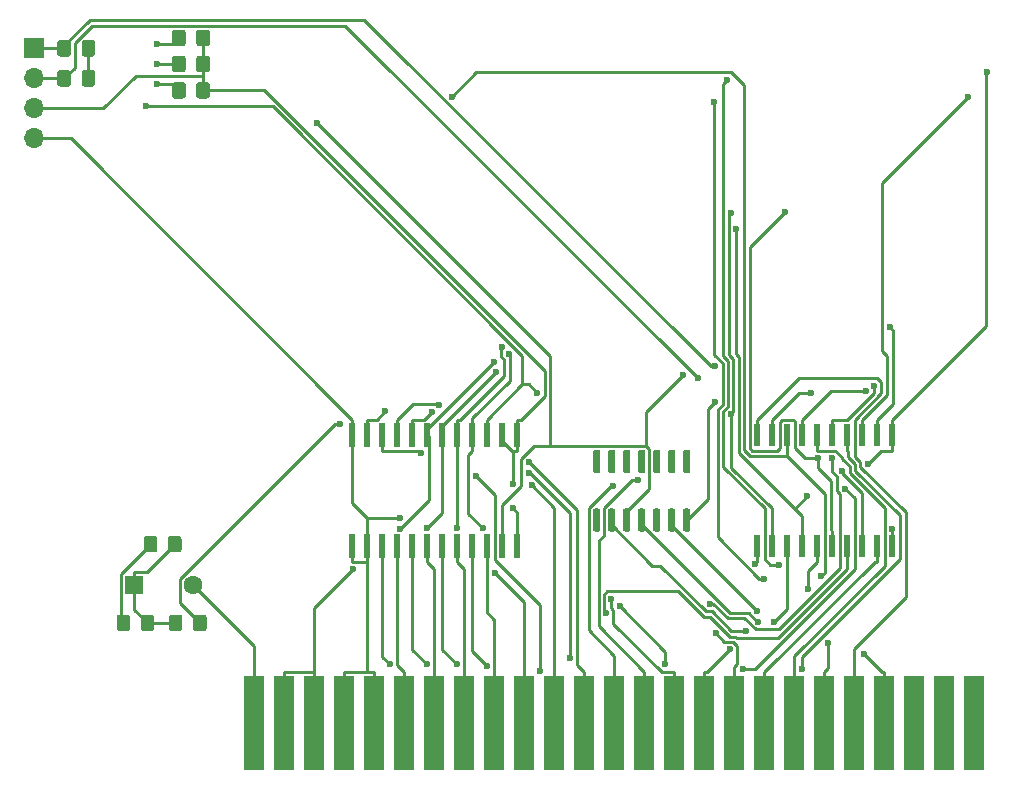
<source format=gbr>
G04 #@! TF.GenerationSoftware,KiCad,Pcbnew,5.1.5+dfsg1-2*
G04 #@! TF.CreationDate,2020-04-06T18:03:34-07:00*
G04 #@! TF.ProjectId,rpmpv1,72706d70-7631-42e6-9b69-6361645f7063,rev?*
G04 #@! TF.SameCoordinates,Original*
G04 #@! TF.FileFunction,Copper,L2,Bot*
G04 #@! TF.FilePolarity,Positive*
%FSLAX46Y46*%
G04 Gerber Fmt 4.6, Leading zero omitted, Abs format (unit mm)*
G04 Created by KiCad (PCBNEW 5.1.5+dfsg1-2) date 2020-04-06 18:03:34*
%MOMM*%
%LPD*%
G04 APERTURE LIST*
%ADD10C,0.100000*%
%ADD11R,1.800000X8.000000*%
%ADD12R,0.600000X1.950000*%
%ADD13R,0.600000X2.000000*%
%ADD14R,1.700000X1.700000*%
%ADD15O,1.700000X1.700000*%
%ADD16R,1.600000X1.600000*%
%ADD17C,1.600000*%
%ADD18C,0.600000*%
%ADD19C,0.250000*%
G04 APERTURE END LIST*
G04 #@! TA.AperFunction,SMDPad,CuDef*
D10*
G36*
X118275505Y-100647204D02*
G01*
X118299773Y-100650804D01*
X118323572Y-100656765D01*
X118346671Y-100665030D01*
X118368850Y-100675520D01*
X118389893Y-100688132D01*
X118409599Y-100702747D01*
X118427777Y-100719223D01*
X118444253Y-100737401D01*
X118458868Y-100757107D01*
X118471480Y-100778150D01*
X118481970Y-100800329D01*
X118490235Y-100823428D01*
X118496196Y-100847227D01*
X118499796Y-100871495D01*
X118501000Y-100895999D01*
X118501000Y-101796001D01*
X118499796Y-101820505D01*
X118496196Y-101844773D01*
X118490235Y-101868572D01*
X118481970Y-101891671D01*
X118471480Y-101913850D01*
X118458868Y-101934893D01*
X118444253Y-101954599D01*
X118427777Y-101972777D01*
X118409599Y-101989253D01*
X118389893Y-102003868D01*
X118368850Y-102016480D01*
X118346671Y-102026970D01*
X118323572Y-102035235D01*
X118299773Y-102041196D01*
X118275505Y-102044796D01*
X118251001Y-102046000D01*
X117600999Y-102046000D01*
X117576495Y-102044796D01*
X117552227Y-102041196D01*
X117528428Y-102035235D01*
X117505329Y-102026970D01*
X117483150Y-102016480D01*
X117462107Y-102003868D01*
X117442401Y-101989253D01*
X117424223Y-101972777D01*
X117407747Y-101954599D01*
X117393132Y-101934893D01*
X117380520Y-101913850D01*
X117370030Y-101891671D01*
X117361765Y-101868572D01*
X117355804Y-101844773D01*
X117352204Y-101820505D01*
X117351000Y-101796001D01*
X117351000Y-100895999D01*
X117352204Y-100871495D01*
X117355804Y-100847227D01*
X117361765Y-100823428D01*
X117370030Y-100800329D01*
X117380520Y-100778150D01*
X117393132Y-100757107D01*
X117407747Y-100737401D01*
X117424223Y-100719223D01*
X117442401Y-100702747D01*
X117462107Y-100688132D01*
X117483150Y-100675520D01*
X117505329Y-100665030D01*
X117528428Y-100656765D01*
X117552227Y-100650804D01*
X117576495Y-100647204D01*
X117600999Y-100646000D01*
X118251001Y-100646000D01*
X118275505Y-100647204D01*
G37*
G04 #@! TD.AperFunction*
G04 #@! TA.AperFunction,SMDPad,CuDef*
G36*
X116225505Y-100647204D02*
G01*
X116249773Y-100650804D01*
X116273572Y-100656765D01*
X116296671Y-100665030D01*
X116318850Y-100675520D01*
X116339893Y-100688132D01*
X116359599Y-100702747D01*
X116377777Y-100719223D01*
X116394253Y-100737401D01*
X116408868Y-100757107D01*
X116421480Y-100778150D01*
X116431970Y-100800329D01*
X116440235Y-100823428D01*
X116446196Y-100847227D01*
X116449796Y-100871495D01*
X116451000Y-100895999D01*
X116451000Y-101796001D01*
X116449796Y-101820505D01*
X116446196Y-101844773D01*
X116440235Y-101868572D01*
X116431970Y-101891671D01*
X116421480Y-101913850D01*
X116408868Y-101934893D01*
X116394253Y-101954599D01*
X116377777Y-101972777D01*
X116359599Y-101989253D01*
X116339893Y-102003868D01*
X116318850Y-102016480D01*
X116296671Y-102026970D01*
X116273572Y-102035235D01*
X116249773Y-102041196D01*
X116225505Y-102044796D01*
X116201001Y-102046000D01*
X115550999Y-102046000D01*
X115526495Y-102044796D01*
X115502227Y-102041196D01*
X115478428Y-102035235D01*
X115455329Y-102026970D01*
X115433150Y-102016480D01*
X115412107Y-102003868D01*
X115392401Y-101989253D01*
X115374223Y-101972777D01*
X115357747Y-101954599D01*
X115343132Y-101934893D01*
X115330520Y-101913850D01*
X115320030Y-101891671D01*
X115311765Y-101868572D01*
X115305804Y-101844773D01*
X115302204Y-101820505D01*
X115301000Y-101796001D01*
X115301000Y-100895999D01*
X115302204Y-100871495D01*
X115305804Y-100847227D01*
X115311765Y-100823428D01*
X115320030Y-100800329D01*
X115330520Y-100778150D01*
X115343132Y-100757107D01*
X115357747Y-100737401D01*
X115374223Y-100719223D01*
X115392401Y-100702747D01*
X115412107Y-100688132D01*
X115433150Y-100675520D01*
X115455329Y-100665030D01*
X115478428Y-100656765D01*
X115502227Y-100650804D01*
X115526495Y-100647204D01*
X115550999Y-100646000D01*
X116201001Y-100646000D01*
X116225505Y-100647204D01*
G37*
G04 #@! TD.AperFunction*
G04 #@! TA.AperFunction,SMDPad,CuDef*
G36*
X122976505Y-51117204D02*
G01*
X123000773Y-51120804D01*
X123024572Y-51126765D01*
X123047671Y-51135030D01*
X123069850Y-51145520D01*
X123090893Y-51158132D01*
X123110599Y-51172747D01*
X123128777Y-51189223D01*
X123145253Y-51207401D01*
X123159868Y-51227107D01*
X123172480Y-51248150D01*
X123182970Y-51270329D01*
X123191235Y-51293428D01*
X123197196Y-51317227D01*
X123200796Y-51341495D01*
X123202000Y-51365999D01*
X123202000Y-52266001D01*
X123200796Y-52290505D01*
X123197196Y-52314773D01*
X123191235Y-52338572D01*
X123182970Y-52361671D01*
X123172480Y-52383850D01*
X123159868Y-52404893D01*
X123145253Y-52424599D01*
X123128777Y-52442777D01*
X123110599Y-52459253D01*
X123090893Y-52473868D01*
X123069850Y-52486480D01*
X123047671Y-52496970D01*
X123024572Y-52505235D01*
X123000773Y-52511196D01*
X122976505Y-52514796D01*
X122952001Y-52516000D01*
X122301999Y-52516000D01*
X122277495Y-52514796D01*
X122253227Y-52511196D01*
X122229428Y-52505235D01*
X122206329Y-52496970D01*
X122184150Y-52486480D01*
X122163107Y-52473868D01*
X122143401Y-52459253D01*
X122125223Y-52442777D01*
X122108747Y-52424599D01*
X122094132Y-52404893D01*
X122081520Y-52383850D01*
X122071030Y-52361671D01*
X122062765Y-52338572D01*
X122056804Y-52314773D01*
X122053204Y-52290505D01*
X122052000Y-52266001D01*
X122052000Y-51365999D01*
X122053204Y-51341495D01*
X122056804Y-51317227D01*
X122062765Y-51293428D01*
X122071030Y-51270329D01*
X122081520Y-51248150D01*
X122094132Y-51227107D01*
X122108747Y-51207401D01*
X122125223Y-51189223D01*
X122143401Y-51172747D01*
X122163107Y-51158132D01*
X122184150Y-51145520D01*
X122206329Y-51135030D01*
X122229428Y-51126765D01*
X122253227Y-51120804D01*
X122277495Y-51117204D01*
X122301999Y-51116000D01*
X122952001Y-51116000D01*
X122976505Y-51117204D01*
G37*
G04 #@! TD.AperFunction*
G04 #@! TA.AperFunction,SMDPad,CuDef*
G36*
X120926505Y-51117204D02*
G01*
X120950773Y-51120804D01*
X120974572Y-51126765D01*
X120997671Y-51135030D01*
X121019850Y-51145520D01*
X121040893Y-51158132D01*
X121060599Y-51172747D01*
X121078777Y-51189223D01*
X121095253Y-51207401D01*
X121109868Y-51227107D01*
X121122480Y-51248150D01*
X121132970Y-51270329D01*
X121141235Y-51293428D01*
X121147196Y-51317227D01*
X121150796Y-51341495D01*
X121152000Y-51365999D01*
X121152000Y-52266001D01*
X121150796Y-52290505D01*
X121147196Y-52314773D01*
X121141235Y-52338572D01*
X121132970Y-52361671D01*
X121122480Y-52383850D01*
X121109868Y-52404893D01*
X121095253Y-52424599D01*
X121078777Y-52442777D01*
X121060599Y-52459253D01*
X121040893Y-52473868D01*
X121019850Y-52486480D01*
X120997671Y-52496970D01*
X120974572Y-52505235D01*
X120950773Y-52511196D01*
X120926505Y-52514796D01*
X120902001Y-52516000D01*
X120251999Y-52516000D01*
X120227495Y-52514796D01*
X120203227Y-52511196D01*
X120179428Y-52505235D01*
X120156329Y-52496970D01*
X120134150Y-52486480D01*
X120113107Y-52473868D01*
X120093401Y-52459253D01*
X120075223Y-52442777D01*
X120058747Y-52424599D01*
X120044132Y-52404893D01*
X120031520Y-52383850D01*
X120021030Y-52361671D01*
X120012765Y-52338572D01*
X120006804Y-52314773D01*
X120003204Y-52290505D01*
X120002000Y-52266001D01*
X120002000Y-51365999D01*
X120003204Y-51341495D01*
X120006804Y-51317227D01*
X120012765Y-51293428D01*
X120021030Y-51270329D01*
X120031520Y-51248150D01*
X120044132Y-51227107D01*
X120058747Y-51207401D01*
X120075223Y-51189223D01*
X120093401Y-51172747D01*
X120113107Y-51158132D01*
X120134150Y-51145520D01*
X120156329Y-51135030D01*
X120179428Y-51126765D01*
X120203227Y-51120804D01*
X120227495Y-51117204D01*
X120251999Y-51116000D01*
X120902001Y-51116000D01*
X120926505Y-51117204D01*
G37*
G04 #@! TD.AperFunction*
G04 #@! TA.AperFunction,SMDPad,CuDef*
G36*
X122976505Y-53339704D02*
G01*
X123000773Y-53343304D01*
X123024572Y-53349265D01*
X123047671Y-53357530D01*
X123069850Y-53368020D01*
X123090893Y-53380632D01*
X123110599Y-53395247D01*
X123128777Y-53411723D01*
X123145253Y-53429901D01*
X123159868Y-53449607D01*
X123172480Y-53470650D01*
X123182970Y-53492829D01*
X123191235Y-53515928D01*
X123197196Y-53539727D01*
X123200796Y-53563995D01*
X123202000Y-53588499D01*
X123202000Y-54488501D01*
X123200796Y-54513005D01*
X123197196Y-54537273D01*
X123191235Y-54561072D01*
X123182970Y-54584171D01*
X123172480Y-54606350D01*
X123159868Y-54627393D01*
X123145253Y-54647099D01*
X123128777Y-54665277D01*
X123110599Y-54681753D01*
X123090893Y-54696368D01*
X123069850Y-54708980D01*
X123047671Y-54719470D01*
X123024572Y-54727735D01*
X123000773Y-54733696D01*
X122976505Y-54737296D01*
X122952001Y-54738500D01*
X122301999Y-54738500D01*
X122277495Y-54737296D01*
X122253227Y-54733696D01*
X122229428Y-54727735D01*
X122206329Y-54719470D01*
X122184150Y-54708980D01*
X122163107Y-54696368D01*
X122143401Y-54681753D01*
X122125223Y-54665277D01*
X122108747Y-54647099D01*
X122094132Y-54627393D01*
X122081520Y-54606350D01*
X122071030Y-54584171D01*
X122062765Y-54561072D01*
X122056804Y-54537273D01*
X122053204Y-54513005D01*
X122052000Y-54488501D01*
X122052000Y-53588499D01*
X122053204Y-53563995D01*
X122056804Y-53539727D01*
X122062765Y-53515928D01*
X122071030Y-53492829D01*
X122081520Y-53470650D01*
X122094132Y-53449607D01*
X122108747Y-53429901D01*
X122125223Y-53411723D01*
X122143401Y-53395247D01*
X122163107Y-53380632D01*
X122184150Y-53368020D01*
X122206329Y-53357530D01*
X122229428Y-53349265D01*
X122253227Y-53343304D01*
X122277495Y-53339704D01*
X122301999Y-53338500D01*
X122952001Y-53338500D01*
X122976505Y-53339704D01*
G37*
G04 #@! TD.AperFunction*
G04 #@! TA.AperFunction,SMDPad,CuDef*
G36*
X120926505Y-53339704D02*
G01*
X120950773Y-53343304D01*
X120974572Y-53349265D01*
X120997671Y-53357530D01*
X121019850Y-53368020D01*
X121040893Y-53380632D01*
X121060599Y-53395247D01*
X121078777Y-53411723D01*
X121095253Y-53429901D01*
X121109868Y-53449607D01*
X121122480Y-53470650D01*
X121132970Y-53492829D01*
X121141235Y-53515928D01*
X121147196Y-53539727D01*
X121150796Y-53563995D01*
X121152000Y-53588499D01*
X121152000Y-54488501D01*
X121150796Y-54513005D01*
X121147196Y-54537273D01*
X121141235Y-54561072D01*
X121132970Y-54584171D01*
X121122480Y-54606350D01*
X121109868Y-54627393D01*
X121095253Y-54647099D01*
X121078777Y-54665277D01*
X121060599Y-54681753D01*
X121040893Y-54696368D01*
X121019850Y-54708980D01*
X120997671Y-54719470D01*
X120974572Y-54727735D01*
X120950773Y-54733696D01*
X120926505Y-54737296D01*
X120902001Y-54738500D01*
X120251999Y-54738500D01*
X120227495Y-54737296D01*
X120203227Y-54733696D01*
X120179428Y-54727735D01*
X120156329Y-54719470D01*
X120134150Y-54708980D01*
X120113107Y-54696368D01*
X120093401Y-54681753D01*
X120075223Y-54665277D01*
X120058747Y-54647099D01*
X120044132Y-54627393D01*
X120031520Y-54606350D01*
X120021030Y-54584171D01*
X120012765Y-54561072D01*
X120006804Y-54537273D01*
X120003204Y-54513005D01*
X120002000Y-54488501D01*
X120002000Y-53588499D01*
X120003204Y-53563995D01*
X120006804Y-53539727D01*
X120012765Y-53515928D01*
X120021030Y-53492829D01*
X120031520Y-53470650D01*
X120044132Y-53449607D01*
X120058747Y-53429901D01*
X120075223Y-53411723D01*
X120093401Y-53395247D01*
X120113107Y-53380632D01*
X120134150Y-53368020D01*
X120156329Y-53357530D01*
X120179428Y-53349265D01*
X120203227Y-53343304D01*
X120227495Y-53339704D01*
X120251999Y-53338500D01*
X120902001Y-53338500D01*
X120926505Y-53339704D01*
G37*
G04 #@! TD.AperFunction*
G04 #@! TA.AperFunction,SMDPad,CuDef*
G36*
X122976505Y-55562204D02*
G01*
X123000773Y-55565804D01*
X123024572Y-55571765D01*
X123047671Y-55580030D01*
X123069850Y-55590520D01*
X123090893Y-55603132D01*
X123110599Y-55617747D01*
X123128777Y-55634223D01*
X123145253Y-55652401D01*
X123159868Y-55672107D01*
X123172480Y-55693150D01*
X123182970Y-55715329D01*
X123191235Y-55738428D01*
X123197196Y-55762227D01*
X123200796Y-55786495D01*
X123202000Y-55810999D01*
X123202000Y-56711001D01*
X123200796Y-56735505D01*
X123197196Y-56759773D01*
X123191235Y-56783572D01*
X123182970Y-56806671D01*
X123172480Y-56828850D01*
X123159868Y-56849893D01*
X123145253Y-56869599D01*
X123128777Y-56887777D01*
X123110599Y-56904253D01*
X123090893Y-56918868D01*
X123069850Y-56931480D01*
X123047671Y-56941970D01*
X123024572Y-56950235D01*
X123000773Y-56956196D01*
X122976505Y-56959796D01*
X122952001Y-56961000D01*
X122301999Y-56961000D01*
X122277495Y-56959796D01*
X122253227Y-56956196D01*
X122229428Y-56950235D01*
X122206329Y-56941970D01*
X122184150Y-56931480D01*
X122163107Y-56918868D01*
X122143401Y-56904253D01*
X122125223Y-56887777D01*
X122108747Y-56869599D01*
X122094132Y-56849893D01*
X122081520Y-56828850D01*
X122071030Y-56806671D01*
X122062765Y-56783572D01*
X122056804Y-56759773D01*
X122053204Y-56735505D01*
X122052000Y-56711001D01*
X122052000Y-55810999D01*
X122053204Y-55786495D01*
X122056804Y-55762227D01*
X122062765Y-55738428D01*
X122071030Y-55715329D01*
X122081520Y-55693150D01*
X122094132Y-55672107D01*
X122108747Y-55652401D01*
X122125223Y-55634223D01*
X122143401Y-55617747D01*
X122163107Y-55603132D01*
X122184150Y-55590520D01*
X122206329Y-55580030D01*
X122229428Y-55571765D01*
X122253227Y-55565804D01*
X122277495Y-55562204D01*
X122301999Y-55561000D01*
X122952001Y-55561000D01*
X122976505Y-55562204D01*
G37*
G04 #@! TD.AperFunction*
G04 #@! TA.AperFunction,SMDPad,CuDef*
G36*
X120926505Y-55562204D02*
G01*
X120950773Y-55565804D01*
X120974572Y-55571765D01*
X120997671Y-55580030D01*
X121019850Y-55590520D01*
X121040893Y-55603132D01*
X121060599Y-55617747D01*
X121078777Y-55634223D01*
X121095253Y-55652401D01*
X121109868Y-55672107D01*
X121122480Y-55693150D01*
X121132970Y-55715329D01*
X121141235Y-55738428D01*
X121147196Y-55762227D01*
X121150796Y-55786495D01*
X121152000Y-55810999D01*
X121152000Y-56711001D01*
X121150796Y-56735505D01*
X121147196Y-56759773D01*
X121141235Y-56783572D01*
X121132970Y-56806671D01*
X121122480Y-56828850D01*
X121109868Y-56849893D01*
X121095253Y-56869599D01*
X121078777Y-56887777D01*
X121060599Y-56904253D01*
X121040893Y-56918868D01*
X121019850Y-56931480D01*
X120997671Y-56941970D01*
X120974572Y-56950235D01*
X120950773Y-56956196D01*
X120926505Y-56959796D01*
X120902001Y-56961000D01*
X120251999Y-56961000D01*
X120227495Y-56959796D01*
X120203227Y-56956196D01*
X120179428Y-56950235D01*
X120156329Y-56941970D01*
X120134150Y-56931480D01*
X120113107Y-56918868D01*
X120093401Y-56904253D01*
X120075223Y-56887777D01*
X120058747Y-56869599D01*
X120044132Y-56849893D01*
X120031520Y-56828850D01*
X120021030Y-56806671D01*
X120012765Y-56783572D01*
X120006804Y-56759773D01*
X120003204Y-56735505D01*
X120002000Y-56711001D01*
X120002000Y-55810999D01*
X120003204Y-55786495D01*
X120006804Y-55762227D01*
X120012765Y-55738428D01*
X120021030Y-55715329D01*
X120031520Y-55693150D01*
X120044132Y-55672107D01*
X120058747Y-55652401D01*
X120075223Y-55634223D01*
X120093401Y-55617747D01*
X120113107Y-55603132D01*
X120134150Y-55590520D01*
X120156329Y-55580030D01*
X120179428Y-55571765D01*
X120203227Y-55565804D01*
X120227495Y-55562204D01*
X120251999Y-55561000D01*
X120902001Y-55561000D01*
X120926505Y-55562204D01*
G37*
G04 #@! TD.AperFunction*
G04 #@! TA.AperFunction,SMDPad,CuDef*
G36*
X122702505Y-100647204D02*
G01*
X122726773Y-100650804D01*
X122750572Y-100656765D01*
X122773671Y-100665030D01*
X122795850Y-100675520D01*
X122816893Y-100688132D01*
X122836599Y-100702747D01*
X122854777Y-100719223D01*
X122871253Y-100737401D01*
X122885868Y-100757107D01*
X122898480Y-100778150D01*
X122908970Y-100800329D01*
X122917235Y-100823428D01*
X122923196Y-100847227D01*
X122926796Y-100871495D01*
X122928000Y-100895999D01*
X122928000Y-101796001D01*
X122926796Y-101820505D01*
X122923196Y-101844773D01*
X122917235Y-101868572D01*
X122908970Y-101891671D01*
X122898480Y-101913850D01*
X122885868Y-101934893D01*
X122871253Y-101954599D01*
X122854777Y-101972777D01*
X122836599Y-101989253D01*
X122816893Y-102003868D01*
X122795850Y-102016480D01*
X122773671Y-102026970D01*
X122750572Y-102035235D01*
X122726773Y-102041196D01*
X122702505Y-102044796D01*
X122678001Y-102046000D01*
X122027999Y-102046000D01*
X122003495Y-102044796D01*
X121979227Y-102041196D01*
X121955428Y-102035235D01*
X121932329Y-102026970D01*
X121910150Y-102016480D01*
X121889107Y-102003868D01*
X121869401Y-101989253D01*
X121851223Y-101972777D01*
X121834747Y-101954599D01*
X121820132Y-101934893D01*
X121807520Y-101913850D01*
X121797030Y-101891671D01*
X121788765Y-101868572D01*
X121782804Y-101844773D01*
X121779204Y-101820505D01*
X121778000Y-101796001D01*
X121778000Y-100895999D01*
X121779204Y-100871495D01*
X121782804Y-100847227D01*
X121788765Y-100823428D01*
X121797030Y-100800329D01*
X121807520Y-100778150D01*
X121820132Y-100757107D01*
X121834747Y-100737401D01*
X121851223Y-100719223D01*
X121869401Y-100702747D01*
X121889107Y-100688132D01*
X121910150Y-100675520D01*
X121932329Y-100665030D01*
X121955428Y-100656765D01*
X121979227Y-100650804D01*
X122003495Y-100647204D01*
X122027999Y-100646000D01*
X122678001Y-100646000D01*
X122702505Y-100647204D01*
G37*
G04 #@! TD.AperFunction*
G04 #@! TA.AperFunction,SMDPad,CuDef*
G36*
X120652505Y-100647204D02*
G01*
X120676773Y-100650804D01*
X120700572Y-100656765D01*
X120723671Y-100665030D01*
X120745850Y-100675520D01*
X120766893Y-100688132D01*
X120786599Y-100702747D01*
X120804777Y-100719223D01*
X120821253Y-100737401D01*
X120835868Y-100757107D01*
X120848480Y-100778150D01*
X120858970Y-100800329D01*
X120867235Y-100823428D01*
X120873196Y-100847227D01*
X120876796Y-100871495D01*
X120878000Y-100895999D01*
X120878000Y-101796001D01*
X120876796Y-101820505D01*
X120873196Y-101844773D01*
X120867235Y-101868572D01*
X120858970Y-101891671D01*
X120848480Y-101913850D01*
X120835868Y-101934893D01*
X120821253Y-101954599D01*
X120804777Y-101972777D01*
X120786599Y-101989253D01*
X120766893Y-102003868D01*
X120745850Y-102016480D01*
X120723671Y-102026970D01*
X120700572Y-102035235D01*
X120676773Y-102041196D01*
X120652505Y-102044796D01*
X120628001Y-102046000D01*
X119977999Y-102046000D01*
X119953495Y-102044796D01*
X119929227Y-102041196D01*
X119905428Y-102035235D01*
X119882329Y-102026970D01*
X119860150Y-102016480D01*
X119839107Y-102003868D01*
X119819401Y-101989253D01*
X119801223Y-101972777D01*
X119784747Y-101954599D01*
X119770132Y-101934893D01*
X119757520Y-101913850D01*
X119747030Y-101891671D01*
X119738765Y-101868572D01*
X119732804Y-101844773D01*
X119729204Y-101820505D01*
X119728000Y-101796001D01*
X119728000Y-100895999D01*
X119729204Y-100871495D01*
X119732804Y-100847227D01*
X119738765Y-100823428D01*
X119747030Y-100800329D01*
X119757520Y-100778150D01*
X119770132Y-100757107D01*
X119784747Y-100737401D01*
X119801223Y-100719223D01*
X119819401Y-100702747D01*
X119839107Y-100688132D01*
X119860150Y-100675520D01*
X119882329Y-100665030D01*
X119905428Y-100656765D01*
X119929227Y-100650804D01*
X119953495Y-100647204D01*
X119977999Y-100646000D01*
X120628001Y-100646000D01*
X120652505Y-100647204D01*
G37*
G04 #@! TD.AperFunction*
G04 #@! TA.AperFunction,SMDPad,CuDef*
G36*
X120576505Y-93992404D02*
G01*
X120600773Y-93996004D01*
X120624572Y-94001965D01*
X120647671Y-94010230D01*
X120669850Y-94020720D01*
X120690893Y-94033332D01*
X120710599Y-94047947D01*
X120728777Y-94064423D01*
X120745253Y-94082601D01*
X120759868Y-94102307D01*
X120772480Y-94123350D01*
X120782970Y-94145529D01*
X120791235Y-94168628D01*
X120797196Y-94192427D01*
X120800796Y-94216695D01*
X120802000Y-94241199D01*
X120802000Y-95141201D01*
X120800796Y-95165705D01*
X120797196Y-95189973D01*
X120791235Y-95213772D01*
X120782970Y-95236871D01*
X120772480Y-95259050D01*
X120759868Y-95280093D01*
X120745253Y-95299799D01*
X120728777Y-95317977D01*
X120710599Y-95334453D01*
X120690893Y-95349068D01*
X120669850Y-95361680D01*
X120647671Y-95372170D01*
X120624572Y-95380435D01*
X120600773Y-95386396D01*
X120576505Y-95389996D01*
X120552001Y-95391200D01*
X119901999Y-95391200D01*
X119877495Y-95389996D01*
X119853227Y-95386396D01*
X119829428Y-95380435D01*
X119806329Y-95372170D01*
X119784150Y-95361680D01*
X119763107Y-95349068D01*
X119743401Y-95334453D01*
X119725223Y-95317977D01*
X119708747Y-95299799D01*
X119694132Y-95280093D01*
X119681520Y-95259050D01*
X119671030Y-95236871D01*
X119662765Y-95213772D01*
X119656804Y-95189973D01*
X119653204Y-95165705D01*
X119652000Y-95141201D01*
X119652000Y-94241199D01*
X119653204Y-94216695D01*
X119656804Y-94192427D01*
X119662765Y-94168628D01*
X119671030Y-94145529D01*
X119681520Y-94123350D01*
X119694132Y-94102307D01*
X119708747Y-94082601D01*
X119725223Y-94064423D01*
X119743401Y-94047947D01*
X119763107Y-94033332D01*
X119784150Y-94020720D01*
X119806329Y-94010230D01*
X119829428Y-94001965D01*
X119853227Y-93996004D01*
X119877495Y-93992404D01*
X119901999Y-93991200D01*
X120552001Y-93991200D01*
X120576505Y-93992404D01*
G37*
G04 #@! TD.AperFunction*
G04 #@! TA.AperFunction,SMDPad,CuDef*
G36*
X118526505Y-93992404D02*
G01*
X118550773Y-93996004D01*
X118574572Y-94001965D01*
X118597671Y-94010230D01*
X118619850Y-94020720D01*
X118640893Y-94033332D01*
X118660599Y-94047947D01*
X118678777Y-94064423D01*
X118695253Y-94082601D01*
X118709868Y-94102307D01*
X118722480Y-94123350D01*
X118732970Y-94145529D01*
X118741235Y-94168628D01*
X118747196Y-94192427D01*
X118750796Y-94216695D01*
X118752000Y-94241199D01*
X118752000Y-95141201D01*
X118750796Y-95165705D01*
X118747196Y-95189973D01*
X118741235Y-95213772D01*
X118732970Y-95236871D01*
X118722480Y-95259050D01*
X118709868Y-95280093D01*
X118695253Y-95299799D01*
X118678777Y-95317977D01*
X118660599Y-95334453D01*
X118640893Y-95349068D01*
X118619850Y-95361680D01*
X118597671Y-95372170D01*
X118574572Y-95380435D01*
X118550773Y-95386396D01*
X118526505Y-95389996D01*
X118502001Y-95391200D01*
X117851999Y-95391200D01*
X117827495Y-95389996D01*
X117803227Y-95386396D01*
X117779428Y-95380435D01*
X117756329Y-95372170D01*
X117734150Y-95361680D01*
X117713107Y-95349068D01*
X117693401Y-95334453D01*
X117675223Y-95317977D01*
X117658747Y-95299799D01*
X117644132Y-95280093D01*
X117631520Y-95259050D01*
X117621030Y-95236871D01*
X117612765Y-95213772D01*
X117606804Y-95189973D01*
X117603204Y-95165705D01*
X117602000Y-95141201D01*
X117602000Y-94241199D01*
X117603204Y-94216695D01*
X117606804Y-94192427D01*
X117612765Y-94168628D01*
X117621030Y-94145529D01*
X117631520Y-94123350D01*
X117644132Y-94102307D01*
X117658747Y-94082601D01*
X117675223Y-94064423D01*
X117693401Y-94047947D01*
X117713107Y-94033332D01*
X117734150Y-94020720D01*
X117756329Y-94010230D01*
X117779428Y-94001965D01*
X117803227Y-93996004D01*
X117827495Y-93992404D01*
X117851999Y-93991200D01*
X118502001Y-93991200D01*
X118526505Y-93992404D01*
G37*
G04 #@! TD.AperFunction*
D11*
X187939840Y-109827440D03*
X185399840Y-109827440D03*
X182859840Y-109827440D03*
X180319840Y-109827440D03*
X177779840Y-109827440D03*
X175239840Y-109827440D03*
X172699840Y-109827440D03*
X170159840Y-109827440D03*
X167619840Y-109827440D03*
X165079840Y-109827440D03*
X162539840Y-109827440D03*
X159999840Y-109827440D03*
X157459840Y-109827440D03*
X154919840Y-109827440D03*
X152379840Y-109827440D03*
X149839840Y-109827440D03*
X147299840Y-109827440D03*
X144759840Y-109827440D03*
X142219840Y-109827440D03*
X139679840Y-109827440D03*
X137139840Y-109827440D03*
X134599840Y-109827440D03*
X132059840Y-109827440D03*
X129519840Y-109827440D03*
X126979840Y-109827440D03*
D12*
X180975000Y-94870000D03*
X179705000Y-94870000D03*
X178435000Y-94870000D03*
X177165000Y-94870000D03*
X175895000Y-94870000D03*
X174625000Y-94870000D03*
X173355000Y-94870000D03*
X172085000Y-94870000D03*
X170815000Y-94870000D03*
X169545000Y-94870000D03*
X169545000Y-85470000D03*
X170815000Y-85470000D03*
X172085000Y-85470000D03*
X173355000Y-85470000D03*
X174625000Y-85470000D03*
X175895000Y-85470000D03*
X177165000Y-85470000D03*
X178435000Y-85470000D03*
X179705000Y-85470000D03*
X180975000Y-85470000D03*
D13*
X149225000Y-94870000D03*
X147955000Y-94870000D03*
X146685000Y-94870000D03*
X145415000Y-94870000D03*
X144145000Y-94870000D03*
X142875000Y-94870000D03*
X141605000Y-94870000D03*
X140335000Y-94870000D03*
X139065000Y-94870000D03*
X137795000Y-94870000D03*
X136525000Y-94870000D03*
X135255000Y-94870000D03*
X135255000Y-85470000D03*
X136525000Y-85470000D03*
X137795000Y-85470000D03*
X139065000Y-85470000D03*
X140335000Y-85470000D03*
X141605000Y-85470000D03*
X142875000Y-85470000D03*
X144145000Y-85470000D03*
X145415000Y-85470000D03*
X146685000Y-85470000D03*
X147955000Y-85470000D03*
X149225000Y-85470000D03*
D14*
X108331000Y-52705000D03*
D15*
X108331000Y-55245000D03*
X108331000Y-57785000D03*
X108331000Y-60325000D03*
G04 #@! TA.AperFunction,SMDPad,CuDef*
D10*
G36*
X163740703Y-91670722D02*
G01*
X163755264Y-91672882D01*
X163769543Y-91676459D01*
X163783403Y-91681418D01*
X163796710Y-91687712D01*
X163809336Y-91695280D01*
X163821159Y-91704048D01*
X163832066Y-91713934D01*
X163841952Y-91724841D01*
X163850720Y-91736664D01*
X163858288Y-91749290D01*
X163864582Y-91762597D01*
X163869541Y-91776457D01*
X163873118Y-91790736D01*
X163875278Y-91805297D01*
X163876000Y-91820000D01*
X163876000Y-93470000D01*
X163875278Y-93484703D01*
X163873118Y-93499264D01*
X163869541Y-93513543D01*
X163864582Y-93527403D01*
X163858288Y-93540710D01*
X163850720Y-93553336D01*
X163841952Y-93565159D01*
X163832066Y-93576066D01*
X163821159Y-93585952D01*
X163809336Y-93594720D01*
X163796710Y-93602288D01*
X163783403Y-93608582D01*
X163769543Y-93613541D01*
X163755264Y-93617118D01*
X163740703Y-93619278D01*
X163726000Y-93620000D01*
X163426000Y-93620000D01*
X163411297Y-93619278D01*
X163396736Y-93617118D01*
X163382457Y-93613541D01*
X163368597Y-93608582D01*
X163355290Y-93602288D01*
X163342664Y-93594720D01*
X163330841Y-93585952D01*
X163319934Y-93576066D01*
X163310048Y-93565159D01*
X163301280Y-93553336D01*
X163293712Y-93540710D01*
X163287418Y-93527403D01*
X163282459Y-93513543D01*
X163278882Y-93499264D01*
X163276722Y-93484703D01*
X163276000Y-93470000D01*
X163276000Y-91820000D01*
X163276722Y-91805297D01*
X163278882Y-91790736D01*
X163282459Y-91776457D01*
X163287418Y-91762597D01*
X163293712Y-91749290D01*
X163301280Y-91736664D01*
X163310048Y-91724841D01*
X163319934Y-91713934D01*
X163330841Y-91704048D01*
X163342664Y-91695280D01*
X163355290Y-91687712D01*
X163368597Y-91681418D01*
X163382457Y-91676459D01*
X163396736Y-91672882D01*
X163411297Y-91670722D01*
X163426000Y-91670000D01*
X163726000Y-91670000D01*
X163740703Y-91670722D01*
G37*
G04 #@! TD.AperFunction*
G04 #@! TA.AperFunction,SMDPad,CuDef*
G36*
X162470703Y-91670722D02*
G01*
X162485264Y-91672882D01*
X162499543Y-91676459D01*
X162513403Y-91681418D01*
X162526710Y-91687712D01*
X162539336Y-91695280D01*
X162551159Y-91704048D01*
X162562066Y-91713934D01*
X162571952Y-91724841D01*
X162580720Y-91736664D01*
X162588288Y-91749290D01*
X162594582Y-91762597D01*
X162599541Y-91776457D01*
X162603118Y-91790736D01*
X162605278Y-91805297D01*
X162606000Y-91820000D01*
X162606000Y-93470000D01*
X162605278Y-93484703D01*
X162603118Y-93499264D01*
X162599541Y-93513543D01*
X162594582Y-93527403D01*
X162588288Y-93540710D01*
X162580720Y-93553336D01*
X162571952Y-93565159D01*
X162562066Y-93576066D01*
X162551159Y-93585952D01*
X162539336Y-93594720D01*
X162526710Y-93602288D01*
X162513403Y-93608582D01*
X162499543Y-93613541D01*
X162485264Y-93617118D01*
X162470703Y-93619278D01*
X162456000Y-93620000D01*
X162156000Y-93620000D01*
X162141297Y-93619278D01*
X162126736Y-93617118D01*
X162112457Y-93613541D01*
X162098597Y-93608582D01*
X162085290Y-93602288D01*
X162072664Y-93594720D01*
X162060841Y-93585952D01*
X162049934Y-93576066D01*
X162040048Y-93565159D01*
X162031280Y-93553336D01*
X162023712Y-93540710D01*
X162017418Y-93527403D01*
X162012459Y-93513543D01*
X162008882Y-93499264D01*
X162006722Y-93484703D01*
X162006000Y-93470000D01*
X162006000Y-91820000D01*
X162006722Y-91805297D01*
X162008882Y-91790736D01*
X162012459Y-91776457D01*
X162017418Y-91762597D01*
X162023712Y-91749290D01*
X162031280Y-91736664D01*
X162040048Y-91724841D01*
X162049934Y-91713934D01*
X162060841Y-91704048D01*
X162072664Y-91695280D01*
X162085290Y-91687712D01*
X162098597Y-91681418D01*
X162112457Y-91676459D01*
X162126736Y-91672882D01*
X162141297Y-91670722D01*
X162156000Y-91670000D01*
X162456000Y-91670000D01*
X162470703Y-91670722D01*
G37*
G04 #@! TD.AperFunction*
G04 #@! TA.AperFunction,SMDPad,CuDef*
G36*
X161200703Y-91670722D02*
G01*
X161215264Y-91672882D01*
X161229543Y-91676459D01*
X161243403Y-91681418D01*
X161256710Y-91687712D01*
X161269336Y-91695280D01*
X161281159Y-91704048D01*
X161292066Y-91713934D01*
X161301952Y-91724841D01*
X161310720Y-91736664D01*
X161318288Y-91749290D01*
X161324582Y-91762597D01*
X161329541Y-91776457D01*
X161333118Y-91790736D01*
X161335278Y-91805297D01*
X161336000Y-91820000D01*
X161336000Y-93470000D01*
X161335278Y-93484703D01*
X161333118Y-93499264D01*
X161329541Y-93513543D01*
X161324582Y-93527403D01*
X161318288Y-93540710D01*
X161310720Y-93553336D01*
X161301952Y-93565159D01*
X161292066Y-93576066D01*
X161281159Y-93585952D01*
X161269336Y-93594720D01*
X161256710Y-93602288D01*
X161243403Y-93608582D01*
X161229543Y-93613541D01*
X161215264Y-93617118D01*
X161200703Y-93619278D01*
X161186000Y-93620000D01*
X160886000Y-93620000D01*
X160871297Y-93619278D01*
X160856736Y-93617118D01*
X160842457Y-93613541D01*
X160828597Y-93608582D01*
X160815290Y-93602288D01*
X160802664Y-93594720D01*
X160790841Y-93585952D01*
X160779934Y-93576066D01*
X160770048Y-93565159D01*
X160761280Y-93553336D01*
X160753712Y-93540710D01*
X160747418Y-93527403D01*
X160742459Y-93513543D01*
X160738882Y-93499264D01*
X160736722Y-93484703D01*
X160736000Y-93470000D01*
X160736000Y-91820000D01*
X160736722Y-91805297D01*
X160738882Y-91790736D01*
X160742459Y-91776457D01*
X160747418Y-91762597D01*
X160753712Y-91749290D01*
X160761280Y-91736664D01*
X160770048Y-91724841D01*
X160779934Y-91713934D01*
X160790841Y-91704048D01*
X160802664Y-91695280D01*
X160815290Y-91687712D01*
X160828597Y-91681418D01*
X160842457Y-91676459D01*
X160856736Y-91672882D01*
X160871297Y-91670722D01*
X160886000Y-91670000D01*
X161186000Y-91670000D01*
X161200703Y-91670722D01*
G37*
G04 #@! TD.AperFunction*
G04 #@! TA.AperFunction,SMDPad,CuDef*
G36*
X159930703Y-91670722D02*
G01*
X159945264Y-91672882D01*
X159959543Y-91676459D01*
X159973403Y-91681418D01*
X159986710Y-91687712D01*
X159999336Y-91695280D01*
X160011159Y-91704048D01*
X160022066Y-91713934D01*
X160031952Y-91724841D01*
X160040720Y-91736664D01*
X160048288Y-91749290D01*
X160054582Y-91762597D01*
X160059541Y-91776457D01*
X160063118Y-91790736D01*
X160065278Y-91805297D01*
X160066000Y-91820000D01*
X160066000Y-93470000D01*
X160065278Y-93484703D01*
X160063118Y-93499264D01*
X160059541Y-93513543D01*
X160054582Y-93527403D01*
X160048288Y-93540710D01*
X160040720Y-93553336D01*
X160031952Y-93565159D01*
X160022066Y-93576066D01*
X160011159Y-93585952D01*
X159999336Y-93594720D01*
X159986710Y-93602288D01*
X159973403Y-93608582D01*
X159959543Y-93613541D01*
X159945264Y-93617118D01*
X159930703Y-93619278D01*
X159916000Y-93620000D01*
X159616000Y-93620000D01*
X159601297Y-93619278D01*
X159586736Y-93617118D01*
X159572457Y-93613541D01*
X159558597Y-93608582D01*
X159545290Y-93602288D01*
X159532664Y-93594720D01*
X159520841Y-93585952D01*
X159509934Y-93576066D01*
X159500048Y-93565159D01*
X159491280Y-93553336D01*
X159483712Y-93540710D01*
X159477418Y-93527403D01*
X159472459Y-93513543D01*
X159468882Y-93499264D01*
X159466722Y-93484703D01*
X159466000Y-93470000D01*
X159466000Y-91820000D01*
X159466722Y-91805297D01*
X159468882Y-91790736D01*
X159472459Y-91776457D01*
X159477418Y-91762597D01*
X159483712Y-91749290D01*
X159491280Y-91736664D01*
X159500048Y-91724841D01*
X159509934Y-91713934D01*
X159520841Y-91704048D01*
X159532664Y-91695280D01*
X159545290Y-91687712D01*
X159558597Y-91681418D01*
X159572457Y-91676459D01*
X159586736Y-91672882D01*
X159601297Y-91670722D01*
X159616000Y-91670000D01*
X159916000Y-91670000D01*
X159930703Y-91670722D01*
G37*
G04 #@! TD.AperFunction*
G04 #@! TA.AperFunction,SMDPad,CuDef*
G36*
X158660703Y-91670722D02*
G01*
X158675264Y-91672882D01*
X158689543Y-91676459D01*
X158703403Y-91681418D01*
X158716710Y-91687712D01*
X158729336Y-91695280D01*
X158741159Y-91704048D01*
X158752066Y-91713934D01*
X158761952Y-91724841D01*
X158770720Y-91736664D01*
X158778288Y-91749290D01*
X158784582Y-91762597D01*
X158789541Y-91776457D01*
X158793118Y-91790736D01*
X158795278Y-91805297D01*
X158796000Y-91820000D01*
X158796000Y-93470000D01*
X158795278Y-93484703D01*
X158793118Y-93499264D01*
X158789541Y-93513543D01*
X158784582Y-93527403D01*
X158778288Y-93540710D01*
X158770720Y-93553336D01*
X158761952Y-93565159D01*
X158752066Y-93576066D01*
X158741159Y-93585952D01*
X158729336Y-93594720D01*
X158716710Y-93602288D01*
X158703403Y-93608582D01*
X158689543Y-93613541D01*
X158675264Y-93617118D01*
X158660703Y-93619278D01*
X158646000Y-93620000D01*
X158346000Y-93620000D01*
X158331297Y-93619278D01*
X158316736Y-93617118D01*
X158302457Y-93613541D01*
X158288597Y-93608582D01*
X158275290Y-93602288D01*
X158262664Y-93594720D01*
X158250841Y-93585952D01*
X158239934Y-93576066D01*
X158230048Y-93565159D01*
X158221280Y-93553336D01*
X158213712Y-93540710D01*
X158207418Y-93527403D01*
X158202459Y-93513543D01*
X158198882Y-93499264D01*
X158196722Y-93484703D01*
X158196000Y-93470000D01*
X158196000Y-91820000D01*
X158196722Y-91805297D01*
X158198882Y-91790736D01*
X158202459Y-91776457D01*
X158207418Y-91762597D01*
X158213712Y-91749290D01*
X158221280Y-91736664D01*
X158230048Y-91724841D01*
X158239934Y-91713934D01*
X158250841Y-91704048D01*
X158262664Y-91695280D01*
X158275290Y-91687712D01*
X158288597Y-91681418D01*
X158302457Y-91676459D01*
X158316736Y-91672882D01*
X158331297Y-91670722D01*
X158346000Y-91670000D01*
X158646000Y-91670000D01*
X158660703Y-91670722D01*
G37*
G04 #@! TD.AperFunction*
G04 #@! TA.AperFunction,SMDPad,CuDef*
G36*
X157390703Y-91670722D02*
G01*
X157405264Y-91672882D01*
X157419543Y-91676459D01*
X157433403Y-91681418D01*
X157446710Y-91687712D01*
X157459336Y-91695280D01*
X157471159Y-91704048D01*
X157482066Y-91713934D01*
X157491952Y-91724841D01*
X157500720Y-91736664D01*
X157508288Y-91749290D01*
X157514582Y-91762597D01*
X157519541Y-91776457D01*
X157523118Y-91790736D01*
X157525278Y-91805297D01*
X157526000Y-91820000D01*
X157526000Y-93470000D01*
X157525278Y-93484703D01*
X157523118Y-93499264D01*
X157519541Y-93513543D01*
X157514582Y-93527403D01*
X157508288Y-93540710D01*
X157500720Y-93553336D01*
X157491952Y-93565159D01*
X157482066Y-93576066D01*
X157471159Y-93585952D01*
X157459336Y-93594720D01*
X157446710Y-93602288D01*
X157433403Y-93608582D01*
X157419543Y-93613541D01*
X157405264Y-93617118D01*
X157390703Y-93619278D01*
X157376000Y-93620000D01*
X157076000Y-93620000D01*
X157061297Y-93619278D01*
X157046736Y-93617118D01*
X157032457Y-93613541D01*
X157018597Y-93608582D01*
X157005290Y-93602288D01*
X156992664Y-93594720D01*
X156980841Y-93585952D01*
X156969934Y-93576066D01*
X156960048Y-93565159D01*
X156951280Y-93553336D01*
X156943712Y-93540710D01*
X156937418Y-93527403D01*
X156932459Y-93513543D01*
X156928882Y-93499264D01*
X156926722Y-93484703D01*
X156926000Y-93470000D01*
X156926000Y-91820000D01*
X156926722Y-91805297D01*
X156928882Y-91790736D01*
X156932459Y-91776457D01*
X156937418Y-91762597D01*
X156943712Y-91749290D01*
X156951280Y-91736664D01*
X156960048Y-91724841D01*
X156969934Y-91713934D01*
X156980841Y-91704048D01*
X156992664Y-91695280D01*
X157005290Y-91687712D01*
X157018597Y-91681418D01*
X157032457Y-91676459D01*
X157046736Y-91672882D01*
X157061297Y-91670722D01*
X157076000Y-91670000D01*
X157376000Y-91670000D01*
X157390703Y-91670722D01*
G37*
G04 #@! TD.AperFunction*
G04 #@! TA.AperFunction,SMDPad,CuDef*
G36*
X156120703Y-91670722D02*
G01*
X156135264Y-91672882D01*
X156149543Y-91676459D01*
X156163403Y-91681418D01*
X156176710Y-91687712D01*
X156189336Y-91695280D01*
X156201159Y-91704048D01*
X156212066Y-91713934D01*
X156221952Y-91724841D01*
X156230720Y-91736664D01*
X156238288Y-91749290D01*
X156244582Y-91762597D01*
X156249541Y-91776457D01*
X156253118Y-91790736D01*
X156255278Y-91805297D01*
X156256000Y-91820000D01*
X156256000Y-93470000D01*
X156255278Y-93484703D01*
X156253118Y-93499264D01*
X156249541Y-93513543D01*
X156244582Y-93527403D01*
X156238288Y-93540710D01*
X156230720Y-93553336D01*
X156221952Y-93565159D01*
X156212066Y-93576066D01*
X156201159Y-93585952D01*
X156189336Y-93594720D01*
X156176710Y-93602288D01*
X156163403Y-93608582D01*
X156149543Y-93613541D01*
X156135264Y-93617118D01*
X156120703Y-93619278D01*
X156106000Y-93620000D01*
X155806000Y-93620000D01*
X155791297Y-93619278D01*
X155776736Y-93617118D01*
X155762457Y-93613541D01*
X155748597Y-93608582D01*
X155735290Y-93602288D01*
X155722664Y-93594720D01*
X155710841Y-93585952D01*
X155699934Y-93576066D01*
X155690048Y-93565159D01*
X155681280Y-93553336D01*
X155673712Y-93540710D01*
X155667418Y-93527403D01*
X155662459Y-93513543D01*
X155658882Y-93499264D01*
X155656722Y-93484703D01*
X155656000Y-93470000D01*
X155656000Y-91820000D01*
X155656722Y-91805297D01*
X155658882Y-91790736D01*
X155662459Y-91776457D01*
X155667418Y-91762597D01*
X155673712Y-91749290D01*
X155681280Y-91736664D01*
X155690048Y-91724841D01*
X155699934Y-91713934D01*
X155710841Y-91704048D01*
X155722664Y-91695280D01*
X155735290Y-91687712D01*
X155748597Y-91681418D01*
X155762457Y-91676459D01*
X155776736Y-91672882D01*
X155791297Y-91670722D01*
X155806000Y-91670000D01*
X156106000Y-91670000D01*
X156120703Y-91670722D01*
G37*
G04 #@! TD.AperFunction*
G04 #@! TA.AperFunction,SMDPad,CuDef*
G36*
X156120703Y-86720722D02*
G01*
X156135264Y-86722882D01*
X156149543Y-86726459D01*
X156163403Y-86731418D01*
X156176710Y-86737712D01*
X156189336Y-86745280D01*
X156201159Y-86754048D01*
X156212066Y-86763934D01*
X156221952Y-86774841D01*
X156230720Y-86786664D01*
X156238288Y-86799290D01*
X156244582Y-86812597D01*
X156249541Y-86826457D01*
X156253118Y-86840736D01*
X156255278Y-86855297D01*
X156256000Y-86870000D01*
X156256000Y-88520000D01*
X156255278Y-88534703D01*
X156253118Y-88549264D01*
X156249541Y-88563543D01*
X156244582Y-88577403D01*
X156238288Y-88590710D01*
X156230720Y-88603336D01*
X156221952Y-88615159D01*
X156212066Y-88626066D01*
X156201159Y-88635952D01*
X156189336Y-88644720D01*
X156176710Y-88652288D01*
X156163403Y-88658582D01*
X156149543Y-88663541D01*
X156135264Y-88667118D01*
X156120703Y-88669278D01*
X156106000Y-88670000D01*
X155806000Y-88670000D01*
X155791297Y-88669278D01*
X155776736Y-88667118D01*
X155762457Y-88663541D01*
X155748597Y-88658582D01*
X155735290Y-88652288D01*
X155722664Y-88644720D01*
X155710841Y-88635952D01*
X155699934Y-88626066D01*
X155690048Y-88615159D01*
X155681280Y-88603336D01*
X155673712Y-88590710D01*
X155667418Y-88577403D01*
X155662459Y-88563543D01*
X155658882Y-88549264D01*
X155656722Y-88534703D01*
X155656000Y-88520000D01*
X155656000Y-86870000D01*
X155656722Y-86855297D01*
X155658882Y-86840736D01*
X155662459Y-86826457D01*
X155667418Y-86812597D01*
X155673712Y-86799290D01*
X155681280Y-86786664D01*
X155690048Y-86774841D01*
X155699934Y-86763934D01*
X155710841Y-86754048D01*
X155722664Y-86745280D01*
X155735290Y-86737712D01*
X155748597Y-86731418D01*
X155762457Y-86726459D01*
X155776736Y-86722882D01*
X155791297Y-86720722D01*
X155806000Y-86720000D01*
X156106000Y-86720000D01*
X156120703Y-86720722D01*
G37*
G04 #@! TD.AperFunction*
G04 #@! TA.AperFunction,SMDPad,CuDef*
G36*
X157390703Y-86720722D02*
G01*
X157405264Y-86722882D01*
X157419543Y-86726459D01*
X157433403Y-86731418D01*
X157446710Y-86737712D01*
X157459336Y-86745280D01*
X157471159Y-86754048D01*
X157482066Y-86763934D01*
X157491952Y-86774841D01*
X157500720Y-86786664D01*
X157508288Y-86799290D01*
X157514582Y-86812597D01*
X157519541Y-86826457D01*
X157523118Y-86840736D01*
X157525278Y-86855297D01*
X157526000Y-86870000D01*
X157526000Y-88520000D01*
X157525278Y-88534703D01*
X157523118Y-88549264D01*
X157519541Y-88563543D01*
X157514582Y-88577403D01*
X157508288Y-88590710D01*
X157500720Y-88603336D01*
X157491952Y-88615159D01*
X157482066Y-88626066D01*
X157471159Y-88635952D01*
X157459336Y-88644720D01*
X157446710Y-88652288D01*
X157433403Y-88658582D01*
X157419543Y-88663541D01*
X157405264Y-88667118D01*
X157390703Y-88669278D01*
X157376000Y-88670000D01*
X157076000Y-88670000D01*
X157061297Y-88669278D01*
X157046736Y-88667118D01*
X157032457Y-88663541D01*
X157018597Y-88658582D01*
X157005290Y-88652288D01*
X156992664Y-88644720D01*
X156980841Y-88635952D01*
X156969934Y-88626066D01*
X156960048Y-88615159D01*
X156951280Y-88603336D01*
X156943712Y-88590710D01*
X156937418Y-88577403D01*
X156932459Y-88563543D01*
X156928882Y-88549264D01*
X156926722Y-88534703D01*
X156926000Y-88520000D01*
X156926000Y-86870000D01*
X156926722Y-86855297D01*
X156928882Y-86840736D01*
X156932459Y-86826457D01*
X156937418Y-86812597D01*
X156943712Y-86799290D01*
X156951280Y-86786664D01*
X156960048Y-86774841D01*
X156969934Y-86763934D01*
X156980841Y-86754048D01*
X156992664Y-86745280D01*
X157005290Y-86737712D01*
X157018597Y-86731418D01*
X157032457Y-86726459D01*
X157046736Y-86722882D01*
X157061297Y-86720722D01*
X157076000Y-86720000D01*
X157376000Y-86720000D01*
X157390703Y-86720722D01*
G37*
G04 #@! TD.AperFunction*
G04 #@! TA.AperFunction,SMDPad,CuDef*
G36*
X158660703Y-86720722D02*
G01*
X158675264Y-86722882D01*
X158689543Y-86726459D01*
X158703403Y-86731418D01*
X158716710Y-86737712D01*
X158729336Y-86745280D01*
X158741159Y-86754048D01*
X158752066Y-86763934D01*
X158761952Y-86774841D01*
X158770720Y-86786664D01*
X158778288Y-86799290D01*
X158784582Y-86812597D01*
X158789541Y-86826457D01*
X158793118Y-86840736D01*
X158795278Y-86855297D01*
X158796000Y-86870000D01*
X158796000Y-88520000D01*
X158795278Y-88534703D01*
X158793118Y-88549264D01*
X158789541Y-88563543D01*
X158784582Y-88577403D01*
X158778288Y-88590710D01*
X158770720Y-88603336D01*
X158761952Y-88615159D01*
X158752066Y-88626066D01*
X158741159Y-88635952D01*
X158729336Y-88644720D01*
X158716710Y-88652288D01*
X158703403Y-88658582D01*
X158689543Y-88663541D01*
X158675264Y-88667118D01*
X158660703Y-88669278D01*
X158646000Y-88670000D01*
X158346000Y-88670000D01*
X158331297Y-88669278D01*
X158316736Y-88667118D01*
X158302457Y-88663541D01*
X158288597Y-88658582D01*
X158275290Y-88652288D01*
X158262664Y-88644720D01*
X158250841Y-88635952D01*
X158239934Y-88626066D01*
X158230048Y-88615159D01*
X158221280Y-88603336D01*
X158213712Y-88590710D01*
X158207418Y-88577403D01*
X158202459Y-88563543D01*
X158198882Y-88549264D01*
X158196722Y-88534703D01*
X158196000Y-88520000D01*
X158196000Y-86870000D01*
X158196722Y-86855297D01*
X158198882Y-86840736D01*
X158202459Y-86826457D01*
X158207418Y-86812597D01*
X158213712Y-86799290D01*
X158221280Y-86786664D01*
X158230048Y-86774841D01*
X158239934Y-86763934D01*
X158250841Y-86754048D01*
X158262664Y-86745280D01*
X158275290Y-86737712D01*
X158288597Y-86731418D01*
X158302457Y-86726459D01*
X158316736Y-86722882D01*
X158331297Y-86720722D01*
X158346000Y-86720000D01*
X158646000Y-86720000D01*
X158660703Y-86720722D01*
G37*
G04 #@! TD.AperFunction*
G04 #@! TA.AperFunction,SMDPad,CuDef*
G36*
X159930703Y-86720722D02*
G01*
X159945264Y-86722882D01*
X159959543Y-86726459D01*
X159973403Y-86731418D01*
X159986710Y-86737712D01*
X159999336Y-86745280D01*
X160011159Y-86754048D01*
X160022066Y-86763934D01*
X160031952Y-86774841D01*
X160040720Y-86786664D01*
X160048288Y-86799290D01*
X160054582Y-86812597D01*
X160059541Y-86826457D01*
X160063118Y-86840736D01*
X160065278Y-86855297D01*
X160066000Y-86870000D01*
X160066000Y-88520000D01*
X160065278Y-88534703D01*
X160063118Y-88549264D01*
X160059541Y-88563543D01*
X160054582Y-88577403D01*
X160048288Y-88590710D01*
X160040720Y-88603336D01*
X160031952Y-88615159D01*
X160022066Y-88626066D01*
X160011159Y-88635952D01*
X159999336Y-88644720D01*
X159986710Y-88652288D01*
X159973403Y-88658582D01*
X159959543Y-88663541D01*
X159945264Y-88667118D01*
X159930703Y-88669278D01*
X159916000Y-88670000D01*
X159616000Y-88670000D01*
X159601297Y-88669278D01*
X159586736Y-88667118D01*
X159572457Y-88663541D01*
X159558597Y-88658582D01*
X159545290Y-88652288D01*
X159532664Y-88644720D01*
X159520841Y-88635952D01*
X159509934Y-88626066D01*
X159500048Y-88615159D01*
X159491280Y-88603336D01*
X159483712Y-88590710D01*
X159477418Y-88577403D01*
X159472459Y-88563543D01*
X159468882Y-88549264D01*
X159466722Y-88534703D01*
X159466000Y-88520000D01*
X159466000Y-86870000D01*
X159466722Y-86855297D01*
X159468882Y-86840736D01*
X159472459Y-86826457D01*
X159477418Y-86812597D01*
X159483712Y-86799290D01*
X159491280Y-86786664D01*
X159500048Y-86774841D01*
X159509934Y-86763934D01*
X159520841Y-86754048D01*
X159532664Y-86745280D01*
X159545290Y-86737712D01*
X159558597Y-86731418D01*
X159572457Y-86726459D01*
X159586736Y-86722882D01*
X159601297Y-86720722D01*
X159616000Y-86720000D01*
X159916000Y-86720000D01*
X159930703Y-86720722D01*
G37*
G04 #@! TD.AperFunction*
G04 #@! TA.AperFunction,SMDPad,CuDef*
G36*
X161200703Y-86720722D02*
G01*
X161215264Y-86722882D01*
X161229543Y-86726459D01*
X161243403Y-86731418D01*
X161256710Y-86737712D01*
X161269336Y-86745280D01*
X161281159Y-86754048D01*
X161292066Y-86763934D01*
X161301952Y-86774841D01*
X161310720Y-86786664D01*
X161318288Y-86799290D01*
X161324582Y-86812597D01*
X161329541Y-86826457D01*
X161333118Y-86840736D01*
X161335278Y-86855297D01*
X161336000Y-86870000D01*
X161336000Y-88520000D01*
X161335278Y-88534703D01*
X161333118Y-88549264D01*
X161329541Y-88563543D01*
X161324582Y-88577403D01*
X161318288Y-88590710D01*
X161310720Y-88603336D01*
X161301952Y-88615159D01*
X161292066Y-88626066D01*
X161281159Y-88635952D01*
X161269336Y-88644720D01*
X161256710Y-88652288D01*
X161243403Y-88658582D01*
X161229543Y-88663541D01*
X161215264Y-88667118D01*
X161200703Y-88669278D01*
X161186000Y-88670000D01*
X160886000Y-88670000D01*
X160871297Y-88669278D01*
X160856736Y-88667118D01*
X160842457Y-88663541D01*
X160828597Y-88658582D01*
X160815290Y-88652288D01*
X160802664Y-88644720D01*
X160790841Y-88635952D01*
X160779934Y-88626066D01*
X160770048Y-88615159D01*
X160761280Y-88603336D01*
X160753712Y-88590710D01*
X160747418Y-88577403D01*
X160742459Y-88563543D01*
X160738882Y-88549264D01*
X160736722Y-88534703D01*
X160736000Y-88520000D01*
X160736000Y-86870000D01*
X160736722Y-86855297D01*
X160738882Y-86840736D01*
X160742459Y-86826457D01*
X160747418Y-86812597D01*
X160753712Y-86799290D01*
X160761280Y-86786664D01*
X160770048Y-86774841D01*
X160779934Y-86763934D01*
X160790841Y-86754048D01*
X160802664Y-86745280D01*
X160815290Y-86737712D01*
X160828597Y-86731418D01*
X160842457Y-86726459D01*
X160856736Y-86722882D01*
X160871297Y-86720722D01*
X160886000Y-86720000D01*
X161186000Y-86720000D01*
X161200703Y-86720722D01*
G37*
G04 #@! TD.AperFunction*
G04 #@! TA.AperFunction,SMDPad,CuDef*
G36*
X162470703Y-86720722D02*
G01*
X162485264Y-86722882D01*
X162499543Y-86726459D01*
X162513403Y-86731418D01*
X162526710Y-86737712D01*
X162539336Y-86745280D01*
X162551159Y-86754048D01*
X162562066Y-86763934D01*
X162571952Y-86774841D01*
X162580720Y-86786664D01*
X162588288Y-86799290D01*
X162594582Y-86812597D01*
X162599541Y-86826457D01*
X162603118Y-86840736D01*
X162605278Y-86855297D01*
X162606000Y-86870000D01*
X162606000Y-88520000D01*
X162605278Y-88534703D01*
X162603118Y-88549264D01*
X162599541Y-88563543D01*
X162594582Y-88577403D01*
X162588288Y-88590710D01*
X162580720Y-88603336D01*
X162571952Y-88615159D01*
X162562066Y-88626066D01*
X162551159Y-88635952D01*
X162539336Y-88644720D01*
X162526710Y-88652288D01*
X162513403Y-88658582D01*
X162499543Y-88663541D01*
X162485264Y-88667118D01*
X162470703Y-88669278D01*
X162456000Y-88670000D01*
X162156000Y-88670000D01*
X162141297Y-88669278D01*
X162126736Y-88667118D01*
X162112457Y-88663541D01*
X162098597Y-88658582D01*
X162085290Y-88652288D01*
X162072664Y-88644720D01*
X162060841Y-88635952D01*
X162049934Y-88626066D01*
X162040048Y-88615159D01*
X162031280Y-88603336D01*
X162023712Y-88590710D01*
X162017418Y-88577403D01*
X162012459Y-88563543D01*
X162008882Y-88549264D01*
X162006722Y-88534703D01*
X162006000Y-88520000D01*
X162006000Y-86870000D01*
X162006722Y-86855297D01*
X162008882Y-86840736D01*
X162012459Y-86826457D01*
X162017418Y-86812597D01*
X162023712Y-86799290D01*
X162031280Y-86786664D01*
X162040048Y-86774841D01*
X162049934Y-86763934D01*
X162060841Y-86754048D01*
X162072664Y-86745280D01*
X162085290Y-86737712D01*
X162098597Y-86731418D01*
X162112457Y-86726459D01*
X162126736Y-86722882D01*
X162141297Y-86720722D01*
X162156000Y-86720000D01*
X162456000Y-86720000D01*
X162470703Y-86720722D01*
G37*
G04 #@! TD.AperFunction*
G04 #@! TA.AperFunction,SMDPad,CuDef*
G36*
X163740703Y-86720722D02*
G01*
X163755264Y-86722882D01*
X163769543Y-86726459D01*
X163783403Y-86731418D01*
X163796710Y-86737712D01*
X163809336Y-86745280D01*
X163821159Y-86754048D01*
X163832066Y-86763934D01*
X163841952Y-86774841D01*
X163850720Y-86786664D01*
X163858288Y-86799290D01*
X163864582Y-86812597D01*
X163869541Y-86826457D01*
X163873118Y-86840736D01*
X163875278Y-86855297D01*
X163876000Y-86870000D01*
X163876000Y-88520000D01*
X163875278Y-88534703D01*
X163873118Y-88549264D01*
X163869541Y-88563543D01*
X163864582Y-88577403D01*
X163858288Y-88590710D01*
X163850720Y-88603336D01*
X163841952Y-88615159D01*
X163832066Y-88626066D01*
X163821159Y-88635952D01*
X163809336Y-88644720D01*
X163796710Y-88652288D01*
X163783403Y-88658582D01*
X163769543Y-88663541D01*
X163755264Y-88667118D01*
X163740703Y-88669278D01*
X163726000Y-88670000D01*
X163426000Y-88670000D01*
X163411297Y-88669278D01*
X163396736Y-88667118D01*
X163382457Y-88663541D01*
X163368597Y-88658582D01*
X163355290Y-88652288D01*
X163342664Y-88644720D01*
X163330841Y-88635952D01*
X163319934Y-88626066D01*
X163310048Y-88615159D01*
X163301280Y-88603336D01*
X163293712Y-88590710D01*
X163287418Y-88577403D01*
X163282459Y-88563543D01*
X163278882Y-88549264D01*
X163276722Y-88534703D01*
X163276000Y-88520000D01*
X163276000Y-86870000D01*
X163276722Y-86855297D01*
X163278882Y-86840736D01*
X163282459Y-86826457D01*
X163287418Y-86812597D01*
X163293712Y-86799290D01*
X163301280Y-86786664D01*
X163310048Y-86774841D01*
X163319934Y-86763934D01*
X163330841Y-86754048D01*
X163342664Y-86745280D01*
X163355290Y-86737712D01*
X163368597Y-86731418D01*
X163382457Y-86726459D01*
X163396736Y-86722882D01*
X163411297Y-86720722D01*
X163426000Y-86720000D01*
X163726000Y-86720000D01*
X163740703Y-86720722D01*
G37*
G04 #@! TD.AperFunction*
D16*
X116802000Y-98171000D03*
D17*
X121802000Y-98171000D03*
G04 #@! TA.AperFunction,SMDPad,CuDef*
D10*
G36*
X111211505Y-52006204D02*
G01*
X111235773Y-52009804D01*
X111259572Y-52015765D01*
X111282671Y-52024030D01*
X111304850Y-52034520D01*
X111325893Y-52047132D01*
X111345599Y-52061747D01*
X111363777Y-52078223D01*
X111380253Y-52096401D01*
X111394868Y-52116107D01*
X111407480Y-52137150D01*
X111417970Y-52159329D01*
X111426235Y-52182428D01*
X111432196Y-52206227D01*
X111435796Y-52230495D01*
X111437000Y-52254999D01*
X111437000Y-53155001D01*
X111435796Y-53179505D01*
X111432196Y-53203773D01*
X111426235Y-53227572D01*
X111417970Y-53250671D01*
X111407480Y-53272850D01*
X111394868Y-53293893D01*
X111380253Y-53313599D01*
X111363777Y-53331777D01*
X111345599Y-53348253D01*
X111325893Y-53362868D01*
X111304850Y-53375480D01*
X111282671Y-53385970D01*
X111259572Y-53394235D01*
X111235773Y-53400196D01*
X111211505Y-53403796D01*
X111187001Y-53405000D01*
X110536999Y-53405000D01*
X110512495Y-53403796D01*
X110488227Y-53400196D01*
X110464428Y-53394235D01*
X110441329Y-53385970D01*
X110419150Y-53375480D01*
X110398107Y-53362868D01*
X110378401Y-53348253D01*
X110360223Y-53331777D01*
X110343747Y-53313599D01*
X110329132Y-53293893D01*
X110316520Y-53272850D01*
X110306030Y-53250671D01*
X110297765Y-53227572D01*
X110291804Y-53203773D01*
X110288204Y-53179505D01*
X110287000Y-53155001D01*
X110287000Y-52254999D01*
X110288204Y-52230495D01*
X110291804Y-52206227D01*
X110297765Y-52182428D01*
X110306030Y-52159329D01*
X110316520Y-52137150D01*
X110329132Y-52116107D01*
X110343747Y-52096401D01*
X110360223Y-52078223D01*
X110378401Y-52061747D01*
X110398107Y-52047132D01*
X110419150Y-52034520D01*
X110441329Y-52024030D01*
X110464428Y-52015765D01*
X110488227Y-52009804D01*
X110512495Y-52006204D01*
X110536999Y-52005000D01*
X111187001Y-52005000D01*
X111211505Y-52006204D01*
G37*
G04 #@! TD.AperFunction*
G04 #@! TA.AperFunction,SMDPad,CuDef*
G36*
X113261505Y-52006204D02*
G01*
X113285773Y-52009804D01*
X113309572Y-52015765D01*
X113332671Y-52024030D01*
X113354850Y-52034520D01*
X113375893Y-52047132D01*
X113395599Y-52061747D01*
X113413777Y-52078223D01*
X113430253Y-52096401D01*
X113444868Y-52116107D01*
X113457480Y-52137150D01*
X113467970Y-52159329D01*
X113476235Y-52182428D01*
X113482196Y-52206227D01*
X113485796Y-52230495D01*
X113487000Y-52254999D01*
X113487000Y-53155001D01*
X113485796Y-53179505D01*
X113482196Y-53203773D01*
X113476235Y-53227572D01*
X113467970Y-53250671D01*
X113457480Y-53272850D01*
X113444868Y-53293893D01*
X113430253Y-53313599D01*
X113413777Y-53331777D01*
X113395599Y-53348253D01*
X113375893Y-53362868D01*
X113354850Y-53375480D01*
X113332671Y-53385970D01*
X113309572Y-53394235D01*
X113285773Y-53400196D01*
X113261505Y-53403796D01*
X113237001Y-53405000D01*
X112586999Y-53405000D01*
X112562495Y-53403796D01*
X112538227Y-53400196D01*
X112514428Y-53394235D01*
X112491329Y-53385970D01*
X112469150Y-53375480D01*
X112448107Y-53362868D01*
X112428401Y-53348253D01*
X112410223Y-53331777D01*
X112393747Y-53313599D01*
X112379132Y-53293893D01*
X112366520Y-53272850D01*
X112356030Y-53250671D01*
X112347765Y-53227572D01*
X112341804Y-53203773D01*
X112338204Y-53179505D01*
X112337000Y-53155001D01*
X112337000Y-52254999D01*
X112338204Y-52230495D01*
X112341804Y-52206227D01*
X112347765Y-52182428D01*
X112356030Y-52159329D01*
X112366520Y-52137150D01*
X112379132Y-52116107D01*
X112393747Y-52096401D01*
X112410223Y-52078223D01*
X112428401Y-52061747D01*
X112448107Y-52047132D01*
X112469150Y-52034520D01*
X112491329Y-52024030D01*
X112514428Y-52015765D01*
X112538227Y-52009804D01*
X112562495Y-52006204D01*
X112586999Y-52005000D01*
X113237001Y-52005000D01*
X113261505Y-52006204D01*
G37*
G04 #@! TD.AperFunction*
G04 #@! TA.AperFunction,SMDPad,CuDef*
G36*
X113261505Y-54546204D02*
G01*
X113285773Y-54549804D01*
X113309572Y-54555765D01*
X113332671Y-54564030D01*
X113354850Y-54574520D01*
X113375893Y-54587132D01*
X113395599Y-54601747D01*
X113413777Y-54618223D01*
X113430253Y-54636401D01*
X113444868Y-54656107D01*
X113457480Y-54677150D01*
X113467970Y-54699329D01*
X113476235Y-54722428D01*
X113482196Y-54746227D01*
X113485796Y-54770495D01*
X113487000Y-54794999D01*
X113487000Y-55695001D01*
X113485796Y-55719505D01*
X113482196Y-55743773D01*
X113476235Y-55767572D01*
X113467970Y-55790671D01*
X113457480Y-55812850D01*
X113444868Y-55833893D01*
X113430253Y-55853599D01*
X113413777Y-55871777D01*
X113395599Y-55888253D01*
X113375893Y-55902868D01*
X113354850Y-55915480D01*
X113332671Y-55925970D01*
X113309572Y-55934235D01*
X113285773Y-55940196D01*
X113261505Y-55943796D01*
X113237001Y-55945000D01*
X112586999Y-55945000D01*
X112562495Y-55943796D01*
X112538227Y-55940196D01*
X112514428Y-55934235D01*
X112491329Y-55925970D01*
X112469150Y-55915480D01*
X112448107Y-55902868D01*
X112428401Y-55888253D01*
X112410223Y-55871777D01*
X112393747Y-55853599D01*
X112379132Y-55833893D01*
X112366520Y-55812850D01*
X112356030Y-55790671D01*
X112347765Y-55767572D01*
X112341804Y-55743773D01*
X112338204Y-55719505D01*
X112337000Y-55695001D01*
X112337000Y-54794999D01*
X112338204Y-54770495D01*
X112341804Y-54746227D01*
X112347765Y-54722428D01*
X112356030Y-54699329D01*
X112366520Y-54677150D01*
X112379132Y-54656107D01*
X112393747Y-54636401D01*
X112410223Y-54618223D01*
X112428401Y-54601747D01*
X112448107Y-54587132D01*
X112469150Y-54574520D01*
X112491329Y-54564030D01*
X112514428Y-54555765D01*
X112538227Y-54549804D01*
X112562495Y-54546204D01*
X112586999Y-54545000D01*
X113237001Y-54545000D01*
X113261505Y-54546204D01*
G37*
G04 #@! TD.AperFunction*
G04 #@! TA.AperFunction,SMDPad,CuDef*
G36*
X111211505Y-54546204D02*
G01*
X111235773Y-54549804D01*
X111259572Y-54555765D01*
X111282671Y-54564030D01*
X111304850Y-54574520D01*
X111325893Y-54587132D01*
X111345599Y-54601747D01*
X111363777Y-54618223D01*
X111380253Y-54636401D01*
X111394868Y-54656107D01*
X111407480Y-54677150D01*
X111417970Y-54699329D01*
X111426235Y-54722428D01*
X111432196Y-54746227D01*
X111435796Y-54770495D01*
X111437000Y-54794999D01*
X111437000Y-55695001D01*
X111435796Y-55719505D01*
X111432196Y-55743773D01*
X111426235Y-55767572D01*
X111417970Y-55790671D01*
X111407480Y-55812850D01*
X111394868Y-55833893D01*
X111380253Y-55853599D01*
X111363777Y-55871777D01*
X111345599Y-55888253D01*
X111325893Y-55902868D01*
X111304850Y-55915480D01*
X111282671Y-55925970D01*
X111259572Y-55934235D01*
X111235773Y-55940196D01*
X111211505Y-55943796D01*
X111187001Y-55945000D01*
X110536999Y-55945000D01*
X110512495Y-55943796D01*
X110488227Y-55940196D01*
X110464428Y-55934235D01*
X110441329Y-55925970D01*
X110419150Y-55915480D01*
X110398107Y-55902868D01*
X110378401Y-55888253D01*
X110360223Y-55871777D01*
X110343747Y-55853599D01*
X110329132Y-55833893D01*
X110316520Y-55812850D01*
X110306030Y-55790671D01*
X110297765Y-55767572D01*
X110291804Y-55743773D01*
X110288204Y-55719505D01*
X110287000Y-55695001D01*
X110287000Y-54794999D01*
X110288204Y-54770495D01*
X110291804Y-54746227D01*
X110297765Y-54722428D01*
X110306030Y-54699329D01*
X110316520Y-54677150D01*
X110329132Y-54656107D01*
X110343747Y-54636401D01*
X110360223Y-54618223D01*
X110378401Y-54601747D01*
X110398107Y-54587132D01*
X110419150Y-54574520D01*
X110441329Y-54564030D01*
X110464428Y-54555765D01*
X110488227Y-54549804D01*
X110512495Y-54546204D01*
X110536999Y-54545000D01*
X111187001Y-54545000D01*
X111211505Y-54546204D01*
G37*
G04 #@! TD.AperFunction*
D18*
X147429400Y-80154100D03*
X141605000Y-93356300D03*
X142604300Y-82894100D03*
X138034300Y-83430400D03*
X141096500Y-86973700D03*
X147946800Y-78005200D03*
X144145000Y-93343200D03*
X148512800Y-78571200D03*
X146326800Y-93352300D03*
X147268100Y-79253900D03*
X139309200Y-93368200D03*
X142009800Y-83460800D03*
X178568500Y-103965000D03*
X169513000Y-100333700D03*
X169650200Y-101269900D03*
X168613400Y-102002000D03*
X175574700Y-103058300D03*
X173819700Y-98500900D03*
X170983500Y-101269000D03*
X173333200Y-105280800D03*
X166021300Y-102212700D03*
X168328700Y-105238800D03*
X176965600Y-89992400D03*
X167243400Y-103590200D03*
X157198200Y-99293800D03*
X161777100Y-104857200D03*
X157891500Y-99932400D03*
X159435600Y-89223200D03*
X157294900Y-89783500D03*
X165551000Y-99753700D03*
X175895000Y-87427800D03*
X150220400Y-87709600D03*
X153679800Y-104360700D03*
X150221100Y-88648000D03*
X150464200Y-89702900D03*
X151150000Y-105408700D03*
X145713400Y-88944700D03*
X147324000Y-97111200D03*
X146651000Y-104977000D03*
X144124200Y-104866500D03*
X141559700Y-104842000D03*
X138434300Y-104843700D03*
X156747900Y-100557700D03*
X176743900Y-88508900D03*
X173747500Y-90653700D03*
X167772100Y-68005500D03*
X171428500Y-96459300D03*
X167016900Y-55361000D03*
X170161900Y-97636100D03*
X165928000Y-57222700D03*
X143669200Y-56797700D03*
X174959400Y-97425000D03*
X134236500Y-84531800D03*
X118759600Y-55753000D03*
X118765300Y-54053000D03*
X118759100Y-52353000D03*
X150931500Y-81876900D03*
X180753800Y-76302800D03*
X117781600Y-57629600D03*
X163282200Y-80331500D03*
X132309400Y-59053400D03*
X167348200Y-83711600D03*
X167321800Y-66628800D03*
X171877400Y-66596200D03*
X174730600Y-87424500D03*
X165993100Y-79640500D03*
X164536100Y-80651500D03*
X189010700Y-54755400D03*
X178895300Y-87866400D03*
X148836800Y-89596900D03*
X180973500Y-93386300D03*
X169351400Y-96348300D03*
X139291500Y-92473900D03*
X135312800Y-96830800D03*
X148846000Y-91663600D03*
X165941200Y-82658900D03*
X174087800Y-81874200D03*
X178745900Y-81700100D03*
X179438600Y-81260800D03*
X187410400Y-56790900D03*
D19*
X147429400Y-80154100D02*
X142875000Y-84708500D01*
X142875000Y-84708500D02*
X142875000Y-85470000D01*
X142875000Y-86795300D02*
X142875000Y-92086300D01*
X142875000Y-92086300D02*
X141605000Y-93356300D01*
X142875000Y-85470000D02*
X142875000Y-86795300D01*
X139065000Y-85470000D02*
X139065000Y-84144700D01*
X139065000Y-84144700D02*
X140405300Y-82804400D01*
X140405300Y-82804400D02*
X142514600Y-82804400D01*
X142514600Y-82804400D02*
X142604300Y-82894100D01*
X136525000Y-85470000D02*
X136525000Y-84144700D01*
X136525000Y-84144700D02*
X137320000Y-84144700D01*
X137320000Y-84144700D02*
X138034300Y-83430400D01*
X137795000Y-85470000D02*
X137795000Y-86795300D01*
X137795000Y-86795300D02*
X140918100Y-86795300D01*
X140918100Y-86795300D02*
X141096500Y-86973700D01*
X147946800Y-78005200D02*
X147887500Y-78064500D01*
X147887500Y-78064500D02*
X147887500Y-78830200D01*
X147887500Y-78830200D02*
X148095200Y-79037900D01*
X148095200Y-79037900D02*
X148095200Y-80434300D01*
X148095200Y-80434300D02*
X144384800Y-84144700D01*
X144384800Y-84144700D02*
X144145000Y-84144700D01*
X144145000Y-85470000D02*
X144145000Y-84144700D01*
X144145000Y-85470000D02*
X144145000Y-93343200D01*
X148512800Y-78571200D02*
X148582000Y-78640400D01*
X148582000Y-78640400D02*
X148582000Y-80841800D01*
X148582000Y-80841800D02*
X145415000Y-84008800D01*
X145415000Y-84008800D02*
X145415000Y-85470000D01*
X145415000Y-86795300D02*
X145088100Y-87122200D01*
X145088100Y-87122200D02*
X145088100Y-92113600D01*
X145088100Y-92113600D02*
X146326800Y-93352300D01*
X145415000Y-85470000D02*
X145415000Y-86795300D01*
X141663400Y-85470000D02*
X141663400Y-84858600D01*
X141663400Y-84858600D02*
X147268100Y-79253900D01*
X139309200Y-93368200D02*
X141721800Y-90955600D01*
X141721800Y-90955600D02*
X141721800Y-85528400D01*
X141721800Y-85528400D02*
X141663400Y-85470000D01*
X141663400Y-85470000D02*
X141605000Y-85470000D01*
X140335000Y-85470000D02*
X140335000Y-84144700D01*
X140335000Y-84144700D02*
X141325900Y-84144700D01*
X141325900Y-84144700D02*
X142009800Y-83460800D01*
X162306000Y-92645000D02*
X162306000Y-93126700D01*
X162306000Y-93126700D02*
X169513000Y-100333700D01*
X180319800Y-109827400D02*
X180319800Y-105502100D01*
X180319800Y-105502100D02*
X180105600Y-105502100D01*
X180105600Y-105502100D02*
X178568500Y-103965000D01*
X159766000Y-92645000D02*
X159766000Y-93051600D01*
X159766000Y-93051600D02*
X167233300Y-100518900D01*
X167233300Y-100518900D02*
X168813900Y-100518900D01*
X168813900Y-100518900D02*
X169564800Y-101269800D01*
X169564800Y-101269800D02*
X169650200Y-101269800D01*
X169650200Y-101269800D02*
X169650200Y-101269900D01*
X157226000Y-92645000D02*
X157226000Y-93109200D01*
X157226000Y-93109200D02*
X160633400Y-96516600D01*
X160633400Y-96516600D02*
X161336200Y-96516600D01*
X161336200Y-96516600D02*
X165198600Y-100379000D01*
X165198600Y-100379000D02*
X165721300Y-100379000D01*
X165721300Y-100379000D02*
X167344300Y-102002000D01*
X167344300Y-102002000D02*
X168613400Y-102002000D01*
X174625000Y-96170300D02*
X173819700Y-96975600D01*
X173819700Y-96975600D02*
X173819700Y-98500900D01*
X174625000Y-94870000D02*
X174625000Y-96170300D01*
X175239800Y-109827400D02*
X175239800Y-105502100D01*
X175574700Y-103058300D02*
X175574700Y-105167200D01*
X175574700Y-105167200D02*
X175239800Y-105502100D01*
X172085000Y-96170300D02*
X172085000Y-100167500D01*
X172085000Y-100167500D02*
X170983500Y-101269000D01*
X172085000Y-94870000D02*
X172085000Y-96170300D01*
X174625000Y-86770300D02*
X176164700Y-86770300D01*
X176164700Y-86770300D02*
X176717700Y-87323300D01*
X176717700Y-87323300D02*
X176717700Y-87462000D01*
X176717700Y-87462000D02*
X177369300Y-88113600D01*
X177369300Y-88113600D02*
X177369300Y-88639900D01*
X177369300Y-88639900D02*
X180341700Y-91612300D01*
X180341700Y-91612300D02*
X180341700Y-96529900D01*
X180341700Y-96529900D02*
X172699800Y-104171800D01*
X172699800Y-104171800D02*
X172699800Y-105502100D01*
X172699800Y-109827400D02*
X172699800Y-105502100D01*
X174625000Y-85470000D02*
X174625000Y-86770300D01*
X177165000Y-86770300D02*
X177197300Y-86802600D01*
X177197300Y-86802600D02*
X177197300Y-87304700D01*
X177197300Y-87304700D02*
X177819600Y-87927000D01*
X177819600Y-87927000D02*
X177819600Y-88453300D01*
X177819600Y-88453300D02*
X181621800Y-92255500D01*
X181621800Y-92255500D02*
X181621800Y-95958300D01*
X181621800Y-95958300D02*
X173333200Y-104246900D01*
X173333200Y-104246900D02*
X173333200Y-105280800D01*
X177165000Y-85470000D02*
X177165000Y-86770300D01*
X179705000Y-94870000D02*
X179705000Y-96170300D01*
X170159800Y-109827400D02*
X170159800Y-105502100D01*
X179705000Y-96170300D02*
X179491600Y-96170300D01*
X179491600Y-96170300D02*
X170159800Y-105502100D01*
X166021300Y-102212700D02*
X166773500Y-102964900D01*
X166773500Y-102964900D02*
X167502500Y-102964900D01*
X167502500Y-102964900D02*
X167868700Y-103331100D01*
X167868700Y-103331100D02*
X167868700Y-104814500D01*
X167868700Y-104814500D02*
X167619800Y-105063400D01*
X167619800Y-105063400D02*
X167619800Y-105502100D01*
X167619800Y-109827400D02*
X167619800Y-105502100D01*
X168328700Y-105238800D02*
X169379000Y-105238800D01*
X169379000Y-105238800D02*
X177790400Y-96827400D01*
X177790400Y-96827400D02*
X177790400Y-90817200D01*
X177790400Y-90817200D02*
X176965600Y-89992400D01*
X165079800Y-109827400D02*
X165079800Y-105502100D01*
X167243400Y-103590200D02*
X165331500Y-105502100D01*
X165331500Y-105502100D02*
X165079800Y-105502100D01*
X162539800Y-105502100D02*
X161467700Y-105502100D01*
X161467700Y-105502100D02*
X157373200Y-101407600D01*
X157373200Y-101407600D02*
X157373200Y-100298600D01*
X157373200Y-100298600D02*
X157198200Y-100123600D01*
X157198200Y-100123600D02*
X157198200Y-99293800D01*
X162539800Y-109827400D02*
X162539800Y-105502100D01*
X161777100Y-104857200D02*
X161777100Y-103818000D01*
X161777100Y-103818000D02*
X157891500Y-99932400D01*
X159999800Y-105502100D02*
X156122400Y-101624700D01*
X156122400Y-101624700D02*
X156122400Y-94416200D01*
X156122400Y-94416200D02*
X156591000Y-93947600D01*
X156591000Y-93947600D02*
X156591000Y-91617900D01*
X156591000Y-91617900D02*
X158985600Y-89223300D01*
X158985600Y-89223300D02*
X159435600Y-89223300D01*
X159435600Y-89223300D02*
X159435600Y-89223200D01*
X159999800Y-109827400D02*
X159999800Y-105502100D01*
X157294900Y-89783500D02*
X157162600Y-89783500D01*
X157162600Y-89783500D02*
X155285600Y-91660500D01*
X155285600Y-91660500D02*
X155285600Y-101990200D01*
X155285600Y-101990200D02*
X157459800Y-104164400D01*
X157459800Y-104164400D02*
X157459800Y-109827400D01*
X175895000Y-87427800D02*
X175895000Y-88544300D01*
X175895000Y-88544300D02*
X176264000Y-88913300D01*
X176264000Y-88913300D02*
X176264000Y-90175100D01*
X176264000Y-90175100D02*
X176520300Y-90431400D01*
X176520300Y-90431400D02*
X176520300Y-96748600D01*
X176520300Y-96748600D02*
X171354000Y-101914900D01*
X171354000Y-101914900D02*
X169410900Y-101914900D01*
X169410900Y-101914900D02*
X168465300Y-100969300D01*
X168465300Y-100969300D02*
X168465300Y-100969200D01*
X168465300Y-100969200D02*
X167046700Y-100969200D01*
X167046700Y-100969200D02*
X165831200Y-99753700D01*
X165831200Y-99753700D02*
X165551000Y-99753700D01*
X150220400Y-87709600D02*
X154324400Y-91813600D01*
X154324400Y-91813600D02*
X154324400Y-104906700D01*
X154324400Y-104906700D02*
X154919800Y-105502100D01*
X154919800Y-109827400D02*
X154919800Y-105502100D01*
X153679800Y-104360700D02*
X153679800Y-92034100D01*
X153679800Y-92034100D02*
X150293700Y-88648000D01*
X150293700Y-88648000D02*
X150221100Y-88648000D01*
X152379800Y-109827400D02*
X152379800Y-91618500D01*
X152379800Y-91618500D02*
X150464200Y-89702900D01*
X145713400Y-88944700D02*
X147310400Y-90541700D01*
X147310400Y-90541700D02*
X147310400Y-96041500D01*
X147310400Y-96041500D02*
X151150000Y-99881100D01*
X151150000Y-99881100D02*
X151150000Y-105408700D01*
X147324000Y-97111200D02*
X149839800Y-99627000D01*
X149839800Y-99627000D02*
X149839800Y-105502100D01*
X149839800Y-109827400D02*
X149839800Y-105502100D01*
X146685000Y-96195300D02*
X146685000Y-100460800D01*
X146685000Y-100460800D02*
X147299800Y-101075600D01*
X147299800Y-101075600D02*
X147299800Y-109827400D01*
X146685000Y-94870000D02*
X146685000Y-96195300D01*
X145415000Y-94870000D02*
X145415000Y-96195300D01*
X145415000Y-96195300D02*
X145415000Y-103741000D01*
X145415000Y-103741000D02*
X146651000Y-104977000D01*
X144759800Y-109827400D02*
X144759800Y-105502100D01*
X144145000Y-96195300D02*
X144759800Y-96810100D01*
X144759800Y-96810100D02*
X144759800Y-105502100D01*
X144145000Y-94870000D02*
X144145000Y-96195300D01*
X142875000Y-94870000D02*
X142875000Y-103617300D01*
X142875000Y-103617300D02*
X144124200Y-104866500D01*
X142219800Y-109827400D02*
X142219800Y-105502100D01*
X141605000Y-94870000D02*
X141605000Y-96195300D01*
X141605000Y-96195300D02*
X142219800Y-96810100D01*
X142219800Y-96810100D02*
X142219800Y-105502100D01*
X140335000Y-94870000D02*
X140335000Y-103617300D01*
X140335000Y-103617300D02*
X141559700Y-104842000D01*
X139679800Y-109827400D02*
X139679800Y-105502100D01*
X139065000Y-94870000D02*
X139065000Y-104887300D01*
X139065000Y-104887300D02*
X139679800Y-105502100D01*
X137795000Y-94870000D02*
X137795000Y-104204400D01*
X137795000Y-104204400D02*
X138434300Y-104843700D01*
X177165000Y-94870000D02*
X177165000Y-96798800D01*
X177165000Y-96798800D02*
X171309000Y-102654800D01*
X171309000Y-102654800D02*
X167829300Y-102654800D01*
X167829300Y-102654800D02*
X167689100Y-102514600D01*
X167689100Y-102514600D02*
X167220000Y-102514600D01*
X167220000Y-102514600D02*
X165534700Y-100829300D01*
X165534700Y-100829300D02*
X165012000Y-100829300D01*
X165012000Y-100829300D02*
X162851200Y-98668500D01*
X162851200Y-98668500D02*
X156868600Y-98668500D01*
X156868600Y-98668500D02*
X156572800Y-98964300D01*
X156572800Y-98964300D02*
X156572800Y-100382600D01*
X156572800Y-100382600D02*
X156747900Y-100557700D01*
X176743900Y-88508900D02*
X176743900Y-88651400D01*
X176743900Y-88651400D02*
X178435000Y-90342500D01*
X178435000Y-90342500D02*
X178435000Y-93569700D01*
X178435000Y-94870000D02*
X178435000Y-93569700D01*
X172709200Y-91692000D02*
X167973600Y-86956500D01*
X167973600Y-86956500D02*
X167973600Y-78825900D01*
X167973600Y-78825900D02*
X167772100Y-78624400D01*
X167772100Y-78624400D02*
X167772100Y-68005500D01*
X173355000Y-93569700D02*
X173355000Y-92337900D01*
X173355000Y-92337900D02*
X172709200Y-91692000D01*
X172709200Y-91692000D02*
X173747500Y-90653700D01*
X173355000Y-94870000D02*
X173355000Y-93569700D01*
X171428500Y-96459300D02*
X170654000Y-96459300D01*
X170654000Y-96459300D02*
X170170400Y-95975700D01*
X170170400Y-95975700D02*
X170170400Y-91661000D01*
X170170400Y-91661000D02*
X166684300Y-88174900D01*
X166684300Y-88174900D02*
X166684300Y-83437100D01*
X166684300Y-83437100D02*
X167073000Y-83048400D01*
X167073000Y-83048400D02*
X167073000Y-79199100D01*
X167073000Y-79199100D02*
X166669200Y-78795300D01*
X166669200Y-78795300D02*
X166669200Y-55708700D01*
X166669200Y-55708700D02*
X167016900Y-55361000D01*
X165928000Y-57222700D02*
X165928000Y-78691000D01*
X165928000Y-78691000D02*
X166622700Y-79385700D01*
X166622700Y-79385700D02*
X166622700Y-82861800D01*
X166622700Y-82861800D02*
X166191200Y-83293300D01*
X166191200Y-83293300D02*
X166191200Y-94119400D01*
X166191200Y-94119400D02*
X169707900Y-97636100D01*
X169707900Y-97636100D02*
X170161900Y-97636100D01*
X172085000Y-87260600D02*
X175269700Y-90445300D01*
X175269700Y-90445300D02*
X175269700Y-97114700D01*
X175269700Y-97114700D02*
X174959400Y-97425000D01*
X172085000Y-87260600D02*
X168954500Y-87260600D01*
X168954500Y-87260600D02*
X168425800Y-86731900D01*
X168425800Y-86731900D02*
X168425800Y-55842200D01*
X168425800Y-55842200D02*
X167308300Y-54724700D01*
X167308300Y-54724700D02*
X145742200Y-54724700D01*
X145742200Y-54724700D02*
X143669200Y-56797700D01*
X172085000Y-85470000D02*
X172085000Y-87260600D01*
X177779800Y-109827400D02*
X177779800Y-103524000D01*
X177779800Y-103524000D02*
X182118400Y-99185400D01*
X182118400Y-99185400D02*
X182118400Y-92002500D01*
X182118400Y-92002500D02*
X178269900Y-88154000D01*
X178269900Y-88154000D02*
X178269900Y-87740400D01*
X178269900Y-87740400D02*
X177809700Y-87280200D01*
X177809700Y-87280200D02*
X177809700Y-84157600D01*
X177809700Y-84157600D02*
X180063900Y-81903400D01*
X180063900Y-81903400D02*
X180063900Y-81001700D01*
X180063900Y-81001700D02*
X179693900Y-80631700D01*
X179693900Y-80631700D02*
X173083000Y-80631700D01*
X173083000Y-80631700D02*
X169545000Y-84169700D01*
X169545000Y-85470000D02*
X169545000Y-84169700D01*
X134236500Y-84531800D02*
X133775000Y-84531800D01*
X133775000Y-84531800D02*
X120673600Y-97633200D01*
X120673600Y-97633200D02*
X120673600Y-99666600D01*
X120673600Y-99666600D02*
X122353000Y-101346000D01*
X121802000Y-98171000D02*
X126979800Y-103348800D01*
X126979800Y-103348800D02*
X126979800Y-109827400D01*
X120577000Y-56261000D02*
X120069100Y-55753100D01*
X120069100Y-55753100D02*
X118759600Y-55753100D01*
X118759600Y-55753100D02*
X118759600Y-55753000D01*
X120577000Y-54038500D02*
X120562500Y-54053000D01*
X120562500Y-54053000D02*
X118765300Y-54053000D01*
X120577000Y-51816000D02*
X120040000Y-52353000D01*
X120040000Y-52353000D02*
X118759100Y-52353000D01*
X179705000Y-85470000D02*
X179705000Y-84169700D01*
X179705000Y-84169700D02*
X181051700Y-82823000D01*
X181051700Y-82823000D02*
X181051700Y-76600700D01*
X181051700Y-76600700D02*
X180753800Y-76302800D01*
X149672000Y-81157700D02*
X150212300Y-81157700D01*
X150212300Y-81157700D02*
X150931500Y-81876900D01*
X117781600Y-57629600D02*
X128516600Y-57629600D01*
X128516600Y-57629600D02*
X149672000Y-78785000D01*
X149672000Y-78785000D02*
X149672000Y-81157700D01*
X149672000Y-81157700D02*
X146685000Y-84144700D01*
X146685000Y-85470000D02*
X146685000Y-84144700D01*
X163282200Y-80331500D02*
X160140500Y-83473200D01*
X160140500Y-83473200D02*
X160140500Y-86353400D01*
X160140500Y-86353400D02*
X152007100Y-86353400D01*
X158496000Y-92645000D02*
X158496000Y-91923400D01*
X158496000Y-91923400D02*
X160408200Y-90011200D01*
X160408200Y-90011200D02*
X160408200Y-86621100D01*
X160408200Y-86621100D02*
X160140500Y-86353400D01*
X152007100Y-86353400D02*
X150687500Y-86353400D01*
X150687500Y-86353400D02*
X149562800Y-87478100D01*
X149562800Y-87478100D02*
X149562800Y-89767500D01*
X149562800Y-89767500D02*
X147955000Y-91375300D01*
X147955000Y-91375300D02*
X147955000Y-94870000D01*
X152007100Y-86353400D02*
X152007100Y-78751100D01*
X152007100Y-78751100D02*
X132309400Y-59053400D01*
X117926000Y-101346000D02*
X120303000Y-101346000D01*
X116802000Y-98171000D02*
X116802000Y-100222000D01*
X116802000Y-100222000D02*
X117926000Y-101346000D01*
X116802000Y-98171000D02*
X116802000Y-97045700D01*
X116802000Y-97045700D02*
X117872500Y-97045700D01*
X117872500Y-97045700D02*
X120227000Y-94691200D01*
X167348200Y-83711600D02*
X167523300Y-83536500D01*
X167523300Y-83536500D02*
X167523300Y-79012500D01*
X167523300Y-79012500D02*
X167146700Y-78635900D01*
X167146700Y-78635900D02*
X167146700Y-66803900D01*
X167146700Y-66803900D02*
X167321800Y-66628800D01*
X170815000Y-94870000D02*
X170815000Y-91668700D01*
X170815000Y-91668700D02*
X167348200Y-88201900D01*
X167348200Y-88201900D02*
X167348200Y-83711600D01*
X174730600Y-87424500D02*
X174730600Y-88224800D01*
X174730600Y-88224800D02*
X175813700Y-89307900D01*
X175813700Y-89307900D02*
X175813700Y-93488400D01*
X175813700Y-93488400D02*
X175895000Y-93569700D01*
X171877400Y-66596200D02*
X168919600Y-69554000D01*
X168919600Y-69554000D02*
X168919600Y-86588800D01*
X168919600Y-86588800D02*
X169101200Y-86770400D01*
X169101200Y-86770400D02*
X171249700Y-86770400D01*
X171249700Y-86770400D02*
X171440400Y-86579700D01*
X171440400Y-86579700D02*
X171440400Y-84371400D01*
X171440400Y-84371400D02*
X171642200Y-84169600D01*
X171642200Y-84169600D02*
X172576900Y-84169600D01*
X172576900Y-84169600D02*
X172710400Y-84303100D01*
X172710400Y-84303100D02*
X172710400Y-86575100D01*
X172710400Y-86575100D02*
X173559800Y-87424500D01*
X173559800Y-87424500D02*
X174730600Y-87424500D01*
X175895000Y-94870000D02*
X175895000Y-93569700D01*
X118177000Y-94691200D02*
X115656700Y-97211500D01*
X115656700Y-97211500D02*
X115656700Y-101126700D01*
X115656700Y-101126700D02*
X115876000Y-101346000D01*
X165993100Y-79640500D02*
X165599200Y-79640500D01*
X165599200Y-79640500D02*
X136248900Y-50290200D01*
X136248900Y-50290200D02*
X113031400Y-50290200D01*
X113031400Y-50290200D02*
X110862000Y-52459600D01*
X110862000Y-52459600D02*
X110862000Y-52705000D01*
X110862000Y-52705000D02*
X109506300Y-52705000D01*
X108331000Y-52705000D02*
X109506300Y-52705000D01*
X110862000Y-55245000D02*
X111763400Y-54343600D01*
X111763400Y-54343600D02*
X111763400Y-52216900D01*
X111763400Y-52216900D02*
X113194800Y-50785500D01*
X113194800Y-50785500D02*
X134670100Y-50785500D01*
X134670100Y-50785500D02*
X164536100Y-80651500D01*
X109506300Y-55245000D02*
X110862000Y-55245000D01*
X108331000Y-55245000D02*
X109506300Y-55245000D01*
X180975000Y-85470000D02*
X180975000Y-84169700D01*
X189010700Y-54755400D02*
X188894600Y-54871500D01*
X188894600Y-54871500D02*
X188894600Y-76250100D01*
X188894600Y-76250100D02*
X180975000Y-84169700D01*
X178895300Y-87866400D02*
X179991400Y-86770300D01*
X179991400Y-86770300D02*
X180975000Y-86770300D01*
X148836800Y-86795300D02*
X149225000Y-86795300D01*
X148836800Y-89596900D02*
X148836800Y-86795300D01*
X147955000Y-85634500D02*
X147955000Y-85997300D01*
X147955000Y-85997300D02*
X148753000Y-86795300D01*
X148753000Y-86795300D02*
X148836800Y-86795300D01*
X149225000Y-85470000D02*
X149225000Y-86795300D01*
X147955000Y-85470000D02*
X147955000Y-85634500D01*
X149225000Y-84144700D02*
X149548100Y-84144700D01*
X149548100Y-84144700D02*
X151556800Y-82136000D01*
X151556800Y-82136000D02*
X151556800Y-80008000D01*
X151556800Y-80008000D02*
X127809800Y-56261000D01*
X127809800Y-56261000D02*
X122627000Y-56261000D01*
X180975000Y-85470000D02*
X180975000Y-86770300D01*
X149225000Y-85470000D02*
X149225000Y-84144700D01*
X122627000Y-56261000D02*
X122627000Y-55064900D01*
X122627000Y-55064900D02*
X122627000Y-54038500D01*
X108331000Y-57785000D02*
X114192800Y-57785000D01*
X114192800Y-57785000D02*
X116912900Y-55064900D01*
X116912900Y-55064900D02*
X122627000Y-55064900D01*
X122627000Y-54038500D02*
X122627000Y-51816000D01*
X180975000Y-94870000D02*
X180975000Y-93569700D01*
X180975000Y-93569700D02*
X180973500Y-93568200D01*
X180973500Y-93568200D02*
X180973500Y-93386300D01*
X135255000Y-84144700D02*
X111435300Y-60325000D01*
X111435300Y-60325000D02*
X109506300Y-60325000D01*
X169545000Y-94870000D02*
X169545000Y-96170300D01*
X169545000Y-96170300D02*
X169529400Y-96170300D01*
X169529400Y-96170300D02*
X169351400Y-96348300D01*
X135255000Y-85470000D02*
X135255000Y-84144700D01*
X135255000Y-85470000D02*
X135255000Y-91203900D01*
X135255000Y-91203900D02*
X136525000Y-92473900D01*
X108331000Y-60325000D02*
X109506300Y-60325000D01*
X136525000Y-92473900D02*
X139291500Y-92473900D01*
X136525000Y-92473900D02*
X136525000Y-94870000D01*
X136525000Y-105502100D02*
X136525000Y-96195300D01*
X136525000Y-94870000D02*
X136525000Y-96195300D01*
X135255000Y-94870000D02*
X135255000Y-96195300D01*
X135255000Y-96195300D02*
X136525000Y-96195300D01*
X136525000Y-105502100D02*
X137139800Y-105502100D01*
X134599800Y-105502100D02*
X136525000Y-105502100D01*
X137139800Y-109827400D02*
X137139800Y-105502100D01*
X134599800Y-109827400D02*
X134599800Y-105502100D01*
X132059800Y-105502100D02*
X132059800Y-100083800D01*
X132059800Y-100083800D02*
X135312800Y-96830800D01*
X132059800Y-109827400D02*
X132059800Y-105502100D01*
X129519800Y-109827400D02*
X129519800Y-105502100D01*
X129519800Y-105502100D02*
X132059800Y-105502100D01*
X149225000Y-94870000D02*
X149225000Y-92042600D01*
X149225000Y-92042600D02*
X148846000Y-91663600D01*
X165941200Y-82658900D02*
X165395400Y-83204700D01*
X165395400Y-83204700D02*
X165395400Y-90825600D01*
X165395400Y-90825600D02*
X163576000Y-92645000D01*
X170815000Y-84169700D02*
X173110500Y-81874200D01*
X173110500Y-81874200D02*
X174087800Y-81874200D01*
X170815000Y-85470000D02*
X170815000Y-84169700D01*
X173355000Y-84169700D02*
X175824600Y-81700100D01*
X175824600Y-81700100D02*
X178745900Y-81700100D01*
X173355000Y-85470000D02*
X173355000Y-84169700D01*
X175895000Y-84169700D02*
X177160700Y-84169700D01*
X177160700Y-84169700D02*
X179438600Y-81891800D01*
X179438600Y-81891800D02*
X179438600Y-81260800D01*
X175895000Y-85470000D02*
X175895000Y-84169700D01*
X187410400Y-56790900D02*
X180114900Y-64086400D01*
X180114900Y-64086400D02*
X180114900Y-78368900D01*
X180114900Y-78368900D02*
X180540500Y-78794500D01*
X180540500Y-78794500D02*
X180540500Y-82063700D01*
X180540500Y-82063700D02*
X178435000Y-84169200D01*
X178435000Y-84169200D02*
X178435000Y-85470000D01*
X112912000Y-55245000D02*
X112912000Y-52705000D01*
M02*

</source>
